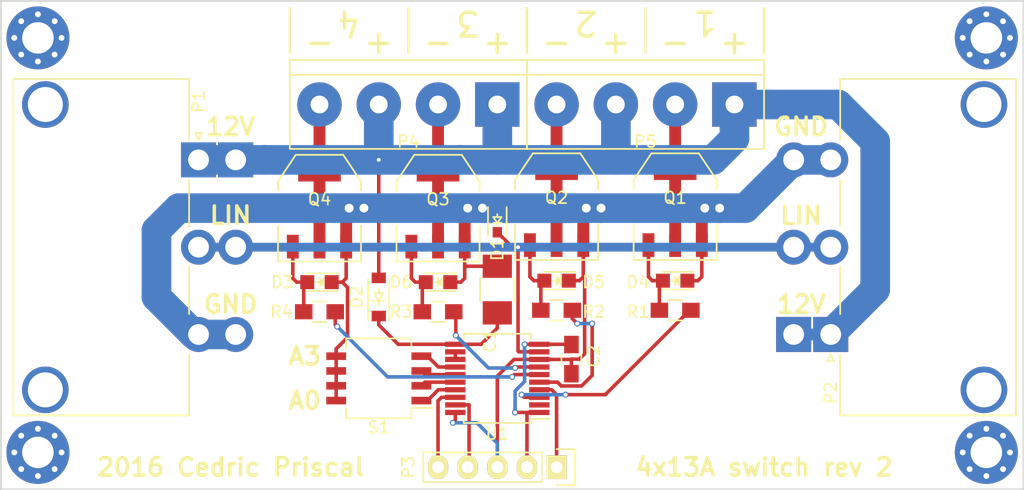
<source format=kicad_pcb>
(kicad_pcb (version 4) (host pcbnew 4.0.4+e1-6308~48~ubuntu16.04.1-stable)

  (general
    (links 67)
    (no_connects 0)
    (area 104.064999 48.819999 191.845001 90.880001)
    (thickness 1.6)
    (drawings 31)
    (tracks 226)
    (zones 0)
    (modules 27)
    (nets 26)
  )

  (page A4)
  (layers
    (0 F.Cu signal hide)
    (31 B.Cu signal hide)
    (32 B.Adhes user)
    (33 F.Adhes user)
    (34 B.Paste user)
    (35 F.Paste user)
    (36 B.SilkS user)
    (37 F.SilkS user)
    (38 B.Mask user)
    (39 F.Mask user)
    (40 Dwgs.User user)
    (41 Cmts.User user)
    (42 Eco1.User user)
    (43 Eco2.User user)
    (44 Edge.Cuts user)
    (45 Margin user)
    (46 B.CrtYd user)
    (47 F.CrtYd user)
    (48 B.Fab user)
    (49 F.Fab user)
  )

  (setup
    (last_trace_width 0.3048)
    (trace_clearance 0.1524)
    (zone_clearance 0.508)
    (zone_45_only no)
    (trace_min 0.1524)
    (segment_width 0.2)
    (edge_width 0.15)
    (via_size 0.508)
    (via_drill 0.3302)
    (via_min_size 0.508)
    (via_min_drill 0.3)
    (uvia_size 0.3)
    (uvia_drill 0.1)
    (uvias_allowed no)
    (uvia_min_size 0)
    (uvia_min_drill 0)
    (pcb_text_width 0.3)
    (pcb_text_size 1.5 1.5)
    (mod_edge_width 0.15)
    (mod_text_size 1 1)
    (mod_text_width 0.15)
    (pad_size 4.064 4.064)
    (pad_drill 2.159)
    (pad_to_mask_clearance 0.2)
    (aux_axis_origin 0 0)
    (grid_origin 146.685 57.785)
    (visible_elements FFFEEF7F)
    (pcbplotparams
      (layerselection 0x00030_80000001)
      (usegerberextensions false)
      (excludeedgelayer true)
      (linewidth 0.100000)
      (plotframeref false)
      (viasonmask false)
      (mode 1)
      (useauxorigin false)
      (hpglpennumber 1)
      (hpglpenspeed 20)
      (hpglpendiameter 15)
      (hpglpenoverlay 2)
      (psnegative false)
      (psa4output false)
      (plotreference true)
      (plotvalue true)
      (plotinvisibletext false)
      (padsonsilk false)
      (subtractmaskfromsilk false)
      (outputformat 1)
      (mirror false)
      (drillshape 0)
      (scaleselection 1)
      (outputdirectory ""))
  )

  (net 0 "")
  (net 1 +12V)
  (net 2 GND)
  (net 3 +5V)
  (net 4 //MCLR)
  (net 5 "Net-(U1-Pad12)")
  (net 6 /ICSPCLK)
  (net 7 /ICSPDAT)
  (net 8 /LBUS)
  (net 9 /OUT_1)
  (net 10 /OUT_2)
  (net 11 /OUT_3)
  (net 12 /OUT_4)
  (net 13 /12V_UNPROTECTED)
  (net 14 "Net-(D3-Pad2)")
  (net 15 "Net-(D4-Pad2)")
  (net 16 "Net-(D5-Pad2)")
  (net 17 "Net-(D6-Pad2)")
  (net 18 /CMD_1)
  (net 19 /CMD_2)
  (net 20 /CMD_3)
  (net 21 /CMD_4)
  (net 22 /A0)
  (net 23 /A1)
  (net 24 /A2)
  (net 25 /A3)

  (net_class Default "This is the default net class."
    (clearance 0.1524)
    (trace_width 0.3048)
    (via_dia 0.508)
    (via_drill 0.3302)
    (uvia_dia 0.3)
    (uvia_drill 0.1)
    (add_net +12V)
    (add_net +5V)
    (add_net //MCLR)
    (add_net /12V_UNPROTECTED)
    (add_net /A0)
    (add_net /A1)
    (add_net /A2)
    (add_net /A3)
    (add_net /CMD_1)
    (add_net /CMD_2)
    (add_net /CMD_3)
    (add_net /CMD_4)
    (add_net /ICSPCLK)
    (add_net /ICSPDAT)
    (add_net /LBUS)
    (add_net /OUT_1)
    (add_net /OUT_2)
    (add_net /OUT_3)
    (add_net /OUT_4)
    (add_net GND)
    (add_net "Net-(D3-Pad2)")
    (add_net "Net-(D4-Pad2)")
    (add_net "Net-(D5-Pad2)")
    (add_net "Net-(D6-Pad2)")
    (add_net "Net-(U1-Pad12)")
  )

  (module Mounting_Holes:MountingHole_2.7mm_Pad_Via (layer F.Cu) (tedit 5844A543) (tstamp 5844A971)
    (at 188.595 87.63)
    (descr "Mounting Hole 2.7mm")
    (tags "mounting hole 2.7mm")
    (fp_text reference REF** (at 0 -3.7) (layer F.SilkS) hide
      (effects (font (size 1 1) (thickness 0.15)))
    )
    (fp_text value MountingHole_2.7mm_Pad_Via (at 0 3.7) (layer F.Fab)
      (effects (font (size 1 1) (thickness 0.15)))
    )
    (fp_circle (center 0 0) (end 2.7 0) (layer Cmts.User) (width 0.15))
    (fp_circle (center 0 0) (end 2.95 0) (layer F.CrtYd) (width 0.05))
    (pad 1 thru_hole circle (at 0 0) (size 5.4 5.4) (drill 2.7) (layers *.Cu *.Mask))
    (pad "" thru_hole circle (at 2.025 0) (size 0.6 0.6) (drill 0.5) (layers *.Cu *.Mask))
    (pad "" thru_hole circle (at 1.431891 1.431891) (size 0.6 0.6) (drill 0.5) (layers *.Cu *.Mask))
    (pad "" thru_hole circle (at 0 2.025) (size 0.6 0.6) (drill 0.5) (layers *.Cu *.Mask))
    (pad "" thru_hole circle (at -1.431891 1.431891) (size 0.6 0.6) (drill 0.5) (layers *.Cu *.Mask))
    (pad "" thru_hole circle (at -2.025 0) (size 0.6 0.6) (drill 0.5) (layers *.Cu *.Mask))
    (pad "" thru_hole circle (at -1.431891 -1.431891) (size 0.6 0.6) (drill 0.5) (layers *.Cu *.Mask))
    (pad "" thru_hole circle (at 0 -2.025) (size 0.6 0.6) (drill 0.5) (layers *.Cu *.Mask))
    (pad "" thru_hole circle (at 1.431891 -1.431891) (size 0.6 0.6) (drill 0.5) (layers *.Cu *.Mask))
  )

  (module Mounting_Holes:MountingHole_2.7mm_Pad_Via (layer F.Cu) (tedit 5844A546) (tstamp 5844A943)
    (at 107.315 87.63)
    (descr "Mounting Hole 2.7mm")
    (tags "mounting hole 2.7mm")
    (fp_text reference REF** (at 0 -3.7) (layer F.SilkS) hide
      (effects (font (size 1 1) (thickness 0.15)))
    )
    (fp_text value MountingHole_2.7mm_Pad_Via (at 0 3.7) (layer F.Fab)
      (effects (font (size 1 1) (thickness 0.15)))
    )
    (fp_circle (center 0 0) (end 2.7 0) (layer Cmts.User) (width 0.15))
    (fp_circle (center 0 0) (end 2.95 0) (layer F.CrtYd) (width 0.05))
    (pad 1 thru_hole circle (at 0 0) (size 5.4 5.4) (drill 2.7) (layers *.Cu *.Mask))
    (pad "" thru_hole circle (at 2.025 0) (size 0.6 0.6) (drill 0.5) (layers *.Cu *.Mask))
    (pad "" thru_hole circle (at 1.431891 1.431891) (size 0.6 0.6) (drill 0.5) (layers *.Cu *.Mask))
    (pad "" thru_hole circle (at 0 2.025) (size 0.6 0.6) (drill 0.5) (layers *.Cu *.Mask))
    (pad "" thru_hole circle (at -1.431891 1.431891) (size 0.6 0.6) (drill 0.5) (layers *.Cu *.Mask))
    (pad "" thru_hole circle (at -2.025 0) (size 0.6 0.6) (drill 0.5) (layers *.Cu *.Mask))
    (pad "" thru_hole circle (at -1.431891 -1.431891) (size 0.6 0.6) (drill 0.5) (layers *.Cu *.Mask))
    (pad "" thru_hole circle (at 0 -2.025) (size 0.6 0.6) (drill 0.5) (layers *.Cu *.Mask))
    (pad "" thru_hole circle (at 1.431891 -1.431891) (size 0.6 0.6) (drill 0.5) (layers *.Cu *.Mask))
  )

  (module Mounting_Holes:MountingHole_2.7mm_Pad_Via (layer F.Cu) (tedit 5844A533) (tstamp 5844A91E)
    (at 188.595 52.07)
    (descr "Mounting Hole 2.7mm")
    (tags "mounting hole 2.7mm")
    (fp_text reference REF** (at 0 -3.7) (layer F.SilkS) hide
      (effects (font (size 1 1) (thickness 0.15)))
    )
    (fp_text value MountingHole_2.7mm_Pad_Via (at 0 3.7) (layer F.Fab)
      (effects (font (size 1 1) (thickness 0.15)))
    )
    (fp_circle (center 0 0) (end 2.7 0) (layer Cmts.User) (width 0.15))
    (fp_circle (center 0 0) (end 2.95 0) (layer F.CrtYd) (width 0.05))
    (pad 1 thru_hole circle (at 0 0) (size 5.4 5.4) (drill 2.7) (layers *.Cu *.Mask))
    (pad "" thru_hole circle (at 2.025 0) (size 0.6 0.6) (drill 0.5) (layers *.Cu *.Mask))
    (pad "" thru_hole circle (at 1.431891 1.431891) (size 0.6 0.6) (drill 0.5) (layers *.Cu *.Mask))
    (pad "" thru_hole circle (at 0 2.025) (size 0.6 0.6) (drill 0.5) (layers *.Cu *.Mask))
    (pad "" thru_hole circle (at -1.431891 1.431891) (size 0.6 0.6) (drill 0.5) (layers *.Cu *.Mask))
    (pad "" thru_hole circle (at -2.025 0) (size 0.6 0.6) (drill 0.5) (layers *.Cu *.Mask))
    (pad "" thru_hole circle (at -1.431891 -1.431891) (size 0.6 0.6) (drill 0.5) (layers *.Cu *.Mask))
    (pad "" thru_hole circle (at 0 -2.025) (size 0.6 0.6) (drill 0.5) (layers *.Cu *.Mask))
    (pad "" thru_hole circle (at 1.431891 -1.431891) (size 0.6 0.6) (drill 0.5) (layers *.Cu *.Mask))
  )

  (module TO_SOT_Packages_SMD:SOT-223 (layer F.Cu) (tedit 0) (tstamp 57FC71BE)
    (at 151.765 66.548)
    (descr "module CMS SOT223 4 pins")
    (tags "CMS SOT")
    (path /57FC7611)
    (attr smd)
    (fp_text reference Q2 (at 0 -0.762) (layer F.SilkS)
      (effects (font (size 1 1) (thickness 0.15)))
    )
    (fp_text value Q_NMOS_GDSD (at 0 0.762) (layer F.Fab)
      (effects (font (size 1 1) (thickness 0.15)))
    )
    (fp_line (start -3.556 1.524) (end -3.556 4.572) (layer F.SilkS) (width 0.15))
    (fp_line (start -3.556 4.572) (end 3.556 4.572) (layer F.SilkS) (width 0.15))
    (fp_line (start 3.556 4.572) (end 3.556 1.524) (layer F.SilkS) (width 0.15))
    (fp_line (start -3.556 -1.524) (end -3.556 -2.286) (layer F.SilkS) (width 0.15))
    (fp_line (start -3.556 -2.286) (end -2.032 -4.572) (layer F.SilkS) (width 0.15))
    (fp_line (start -2.032 -4.572) (end 2.032 -4.572) (layer F.SilkS) (width 0.15))
    (fp_line (start 2.032 -4.572) (end 3.556 -2.286) (layer F.SilkS) (width 0.15))
    (fp_line (start 3.556 -2.286) (end 3.556 -1.524) (layer F.SilkS) (width 0.15))
    (pad 4 smd rect (at 0 -3.302) (size 3.6576 2.032) (layers F.Cu F.Paste F.Mask)
      (net 10 /OUT_2))
    (pad 2 smd rect (at 0 3.302) (size 1.016 2.032) (layers F.Cu F.Paste F.Mask)
      (net 10 /OUT_2))
    (pad 3 smd rect (at 2.286 3.302) (size 1.016 2.032) (layers F.Cu F.Paste F.Mask)
      (net 2 GND))
    (pad 1 smd rect (at -2.286 3.302) (size 1.016 2.032) (layers F.Cu F.Paste F.Mask)
      (net 16 "Net-(D5-Pad2)"))
    (model TO_SOT_Packages_SMD.3dshapes/SOT-223.wrl
      (at (xyz 0 0 0))
      (scale (xyz 0.4 0.4 0.4))
      (rotate (xyz 0 0 0))
    )
  )

  (module Capacitors_SMD:C_0805_HandSoldering (layer F.Cu) (tedit 541A9B8D) (tstamp 57DF6E5D)
    (at 153.035 79.629 270)
    (descr "Capacitor SMD 0805, hand soldering")
    (tags "capacitor 0805")
    (path /57DF7684)
    (attr smd)
    (fp_text reference C2 (at -0.254 -1.905 270) (layer F.SilkS)
      (effects (font (size 1 1) (thickness 0.15)))
    )
    (fp_text value 1uF (at 0 2.1 270) (layer F.Fab)
      (effects (font (size 1 1) (thickness 0.15)))
    )
    (fp_line (start -2.3 -1) (end 2.3 -1) (layer F.CrtYd) (width 0.05))
    (fp_line (start -2.3 1) (end 2.3 1) (layer F.CrtYd) (width 0.05))
    (fp_line (start -2.3 -1) (end -2.3 1) (layer F.CrtYd) (width 0.05))
    (fp_line (start 2.3 -1) (end 2.3 1) (layer F.CrtYd) (width 0.05))
    (fp_line (start 0.5 -0.85) (end -0.5 -0.85) (layer F.SilkS) (width 0.15))
    (fp_line (start -0.5 0.85) (end 0.5 0.85) (layer F.SilkS) (width 0.15))
    (pad 1 smd rect (at -1.25 0 270) (size 1.5 1.25) (layers F.Cu F.Paste F.Mask)
      (net 3 +5V))
    (pad 2 smd rect (at 1.25 0 270) (size 1.5 1.25) (layers F.Cu F.Paste F.Mask)
      (net 2 GND))
    (model Capacitors_SMD.3dshapes/C_0805_HandSoldering.wrl
      (at (xyz 0 0 0))
      (scale (xyz 1 1 1))
      (rotate (xyz 0 0 0))
    )
  )

  (module conn_ribbon:SOD-323_HandSoldering (layer F.Cu) (tedit 57E36C55) (tstamp 57E36E78)
    (at 146.685 67.691 90)
    (descr SOD-323)
    (tags SOD-323)
    (path /57DF7687)
    (attr smd)
    (fp_text reference D1 (at -2.54 0 90) (layer F.SilkS)
      (effects (font (size 1 1) (thickness 0.15)))
    )
    (fp_text value RSB36V (at 0.1 1.9 90) (layer F.Fab)
      (effects (font (size 1 1) (thickness 0.15)))
    )
    (fp_line (start 0.25 0) (end 0.5 0) (layer F.SilkS) (width 0.15))
    (fp_line (start -0.25 0) (end -0.5 0) (layer F.SilkS) (width 0.15))
    (fp_line (start -0.25 0) (end 0.25 -0.35) (layer F.SilkS) (width 0.15))
    (fp_line (start 0.25 -0.35) (end 0.25 0.35) (layer F.SilkS) (width 0.15))
    (fp_line (start 0.25 0.35) (end -0.25 0) (layer F.SilkS) (width 0.15))
    (fp_line (start -0.25 -0.35) (end -0.25 0.35) (layer F.SilkS) (width 0.15))
    (fp_line (start -1.5 -0.95) (end 1.5 -0.95) (layer F.CrtYd) (width 0.05))
    (fp_line (start 1.5 -0.95) (end 1.5 0.95) (layer F.CrtYd) (width 0.05))
    (fp_line (start -1.5 0.95) (end 1.5 0.95) (layer F.CrtYd) (width 0.05))
    (fp_line (start -1.5 -0.95) (end -1.5 0.95) (layer F.CrtYd) (width 0.05))
    (fp_line (start -1.3 0.8) (end 1.1 0.8) (layer F.SilkS) (width 0.15))
    (fp_line (start -1.3 -0.8) (end 1.1 -0.8) (layer F.SilkS) (width 0.15))
    (pad 1 smd rect (at -1.055 0 90) (size 0.9 0.8) (layers F.Cu F.Paste F.Mask)
      (net 8 /LBUS))
    (pad 2 smd rect (at 1.055 0 90) (size 0.9 0.8) (layers F.Cu F.Paste F.Mask)
      (net 2 GND))
    (model Diodes_SMD.3dshapes/SOD-323.wrl
      (at (xyz 0 0 0))
      (scale (xyz 1 1 1))
      (rotate (xyz 0 0 180))
    )
    (model /home/cpriscal/Projets/lin_modules/13a_switch/sod323.wrl
      (at (xyz 0 0 0))
      (scale (xyz 1 1 1))
      (rotate (xyz 0 0 180))
    )
  )

  (module Capacitors_SMD:C_1210_HandSoldering (layer F.Cu) (tedit 541A9C39) (tstamp 57DF6E51)
    (at 146.685 73.66 90)
    (descr "Capacitor SMD 1210, hand soldering")
    (tags "capacitor 1210")
    (path /57DF7685)
    (attr smd)
    (fp_text reference C1 (at -4.445 -0.635 90) (layer F.SilkS)
      (effects (font (size 1 1) (thickness 0.15)))
    )
    (fp_text value 10uF (at 0 2.7 90) (layer F.Fab)
      (effects (font (size 1 1) (thickness 0.15)))
    )
    (fp_line (start -3.3 -1.6) (end 3.3 -1.6) (layer F.CrtYd) (width 0.05))
    (fp_line (start -3.3 1.6) (end 3.3 1.6) (layer F.CrtYd) (width 0.05))
    (fp_line (start -3.3 -1.6) (end -3.3 1.6) (layer F.CrtYd) (width 0.05))
    (fp_line (start 3.3 -1.6) (end 3.3 1.6) (layer F.CrtYd) (width 0.05))
    (fp_line (start 1 -1.475) (end -1 -1.475) (layer F.SilkS) (width 0.15))
    (fp_line (start -1 1.475) (end 1 1.475) (layer F.SilkS) (width 0.15))
    (pad 1 smd rect (at -2 0 90) (size 2 2.5) (layers F.Cu F.Paste F.Mask)
      (net 1 +12V))
    (pad 2 smd rect (at 2 0 90) (size 2 2.5) (layers F.Cu F.Paste F.Mask)
      (net 2 GND))
    (model Capacitors_SMD.3dshapes/C_1210_HandSoldering.wrl
      (at (xyz 0 0 0))
      (scale (xyz 1 1 1))
      (rotate (xyz 0 0 0))
    )
  )

  (module Diodes_SMD:SOD-123 (layer F.Cu) (tedit 5530FCB9) (tstamp 57DF6E81)
    (at 136.525 74.295 90)
    (descr SOD-123)
    (tags SOD-123)
    (path /57DF7688)
    (attr smd)
    (fp_text reference D2 (at 0 -1.905 90) (layer F.SilkS)
      (effects (font (size 1 1) (thickness 0.15)))
    )
    (fp_text value 1N4148W-7-F (at 0 2.1 90) (layer F.Fab)
      (effects (font (size 1 1) (thickness 0.15)))
    )
    (fp_line (start 0.3175 0) (end 0.6985 0) (layer F.SilkS) (width 0.15))
    (fp_line (start -0.6985 0) (end -0.3175 0) (layer F.SilkS) (width 0.15))
    (fp_line (start -0.3175 0) (end 0.3175 -0.381) (layer F.SilkS) (width 0.15))
    (fp_line (start 0.3175 -0.381) (end 0.3175 0.381) (layer F.SilkS) (width 0.15))
    (fp_line (start 0.3175 0.381) (end -0.3175 0) (layer F.SilkS) (width 0.15))
    (fp_line (start -0.3175 -0.508) (end -0.3175 0.508) (layer F.SilkS) (width 0.15))
    (fp_line (start -2.25 -1.05) (end 2.25 -1.05) (layer F.CrtYd) (width 0.05))
    (fp_line (start 2.25 -1.05) (end 2.25 1.05) (layer F.CrtYd) (width 0.05))
    (fp_line (start 2.25 1.05) (end -2.25 1.05) (layer F.CrtYd) (width 0.05))
    (fp_line (start -2.25 -1.05) (end -2.25 1.05) (layer F.CrtYd) (width 0.05))
    (fp_line (start -2 0.9) (end 1.54 0.9) (layer F.SilkS) (width 0.15))
    (fp_line (start -2 -0.9) (end 1.54 -0.9) (layer F.SilkS) (width 0.15))
    (pad 1 smd rect (at -1.635 0 90) (size 0.91 1.22) (layers F.Cu F.Paste F.Mask)
      (net 1 +12V))
    (pad 2 smd rect (at 1.635 0 90) (size 0.91 1.22) (layers F.Cu F.Paste F.Mask)
      (net 13 /12V_UNPROTECTED))
    (model /home/cpriscal/Projets/lin_modules/13a_switch/sod-123.wrl
      (at (xyz 0 0 0))
      (scale (xyz 1 1 1))
      (rotate (xyz 0 0 180))
    )
  )

  (module TO_SOT_Packages_SMD:SOT-223 (layer F.Cu) (tedit 0) (tstamp 57FC71DE)
    (at 131.445 66.675)
    (descr "module CMS SOT223 4 pins")
    (tags "CMS SOT")
    (path /57FC798C)
    (attr smd)
    (fp_text reference Q4 (at 0 -0.762) (layer F.SilkS)
      (effects (font (size 1 1) (thickness 0.15)))
    )
    (fp_text value Q_NMOS_GDSD (at 0 0.762) (layer F.Fab)
      (effects (font (size 1 1) (thickness 0.15)))
    )
    (fp_line (start -3.556 1.524) (end -3.556 4.572) (layer F.SilkS) (width 0.15))
    (fp_line (start -3.556 4.572) (end 3.556 4.572) (layer F.SilkS) (width 0.15))
    (fp_line (start 3.556 4.572) (end 3.556 1.524) (layer F.SilkS) (width 0.15))
    (fp_line (start -3.556 -1.524) (end -3.556 -2.286) (layer F.SilkS) (width 0.15))
    (fp_line (start -3.556 -2.286) (end -2.032 -4.572) (layer F.SilkS) (width 0.15))
    (fp_line (start -2.032 -4.572) (end 2.032 -4.572) (layer F.SilkS) (width 0.15))
    (fp_line (start 2.032 -4.572) (end 3.556 -2.286) (layer F.SilkS) (width 0.15))
    (fp_line (start 3.556 -2.286) (end 3.556 -1.524) (layer F.SilkS) (width 0.15))
    (pad 4 smd rect (at 0 -3.302) (size 3.6576 2.032) (layers F.Cu F.Paste F.Mask)
      (net 12 /OUT_4))
    (pad 2 smd rect (at 0 3.302) (size 1.016 2.032) (layers F.Cu F.Paste F.Mask)
      (net 12 /OUT_4))
    (pad 3 smd rect (at 2.286 3.302) (size 1.016 2.032) (layers F.Cu F.Paste F.Mask)
      (net 2 GND))
    (pad 1 smd rect (at -2.286 3.302) (size 1.016 2.032) (layers F.Cu F.Paste F.Mask)
      (net 14 "Net-(D3-Pad2)"))
    (model TO_SOT_Packages_SMD.3dshapes/SOT-223.wrl
      (at (xyz 0 0 0))
      (scale (xyz 0.4 0.4 0.4))
      (rotate (xyz 0 0 0))
    )
  )

  (module TO_SOT_Packages_SMD:SOT-223 (layer F.Cu) (tedit 0) (tstamp 57DF6E91)
    (at 161.925 66.548)
    (descr "module CMS SOT223 4 pins")
    (tags "CMS SOT")
    (path /57DF7C1E)
    (attr smd)
    (fp_text reference Q1 (at 0 -0.762) (layer F.SilkS)
      (effects (font (size 1 1) (thickness 0.15)))
    )
    (fp_text value Q_NMOS_GDSD (at 0 0.762) (layer F.Fab)
      (effects (font (size 1 1) (thickness 0.15)))
    )
    (fp_line (start -3.556 1.524) (end -3.556 4.572) (layer F.SilkS) (width 0.15))
    (fp_line (start -3.556 4.572) (end 3.556 4.572) (layer F.SilkS) (width 0.15))
    (fp_line (start 3.556 4.572) (end 3.556 1.524) (layer F.SilkS) (width 0.15))
    (fp_line (start -3.556 -1.524) (end -3.556 -2.286) (layer F.SilkS) (width 0.15))
    (fp_line (start -3.556 -2.286) (end -2.032 -4.572) (layer F.SilkS) (width 0.15))
    (fp_line (start -2.032 -4.572) (end 2.032 -4.572) (layer F.SilkS) (width 0.15))
    (fp_line (start 2.032 -4.572) (end 3.556 -2.286) (layer F.SilkS) (width 0.15))
    (fp_line (start 3.556 -2.286) (end 3.556 -1.524) (layer F.SilkS) (width 0.15))
    (pad 4 smd rect (at 0 -3.302) (size 3.6576 2.032) (layers F.Cu F.Paste F.Mask)
      (net 9 /OUT_1))
    (pad 2 smd rect (at 0 3.302) (size 1.016 2.032) (layers F.Cu F.Paste F.Mask)
      (net 9 /OUT_1))
    (pad 3 smd rect (at 2.286 3.302) (size 1.016 2.032) (layers F.Cu F.Paste F.Mask)
      (net 2 GND))
    (pad 1 smd rect (at -2.286 3.302) (size 1.016 2.032) (layers F.Cu F.Paste F.Mask)
      (net 15 "Net-(D4-Pad2)"))
    (model TO_SOT_Packages_SMD.3dshapes/SOT-223.wrl
      (at (xyz 0 0 0))
      (scale (xyz 0.4 0.4 0.4))
      (rotate (xyz 0 0 0))
    )
  )

  (module Resistors_SMD:R_0805_HandSoldering (layer F.Cu) (tedit 54189DEE) (tstamp 57E362DB)
    (at 151.765 75.438)
    (descr "Resistor SMD 0805, hand soldering")
    (tags "resistor 0805")
    (path /584289A7)
    (attr smd)
    (fp_text reference R2 (at 3.175 0.127) (layer F.SilkS)
      (effects (font (size 1 1) (thickness 0.15)))
    )
    (fp_text value 150 (at 0 2.1) (layer F.Fab)
      (effects (font (size 1 1) (thickness 0.15)))
    )
    (fp_line (start -2.4 -1) (end 2.4 -1) (layer F.CrtYd) (width 0.05))
    (fp_line (start -2.4 1) (end 2.4 1) (layer F.CrtYd) (width 0.05))
    (fp_line (start -2.4 -1) (end -2.4 1) (layer F.CrtYd) (width 0.05))
    (fp_line (start 2.4 -1) (end 2.4 1) (layer F.CrtYd) (width 0.05))
    (fp_line (start 0.6 0.875) (end -0.6 0.875) (layer F.SilkS) (width 0.15))
    (fp_line (start -0.6 -0.875) (end 0.6 -0.875) (layer F.SilkS) (width 0.15))
    (pad 1 smd rect (at -1.35 0) (size 1.5 1.3) (layers F.Cu F.Paste F.Mask)
      (net 16 "Net-(D5-Pad2)"))
    (pad 2 smd rect (at 1.35 0) (size 1.5 1.3) (layers F.Cu F.Paste F.Mask)
      (net 19 /CMD_2))
    (model Resistors_SMD.3dshapes/R_0805_HandSoldering.wrl
      (at (xyz 0 0 0))
      (scale (xyz 1 1 1))
      (rotate (xyz 0 0 0))
    )
  )

  (module Resistors_SMD:R_0805_HandSoldering (layer F.Cu) (tedit 54189DEE) (tstamp 57E36424)
    (at 161.925 75.438)
    (descr "Resistor SMD 0805, hand soldering")
    (tags "resistor 0805")
    (path /58428BB2)
    (attr smd)
    (fp_text reference R1 (at -3.175 0.127) (layer F.SilkS)
      (effects (font (size 1 1) (thickness 0.15)))
    )
    (fp_text value 150 (at 0 2.1) (layer F.Fab)
      (effects (font (size 1 1) (thickness 0.15)))
    )
    (fp_line (start -2.4 -1) (end 2.4 -1) (layer F.CrtYd) (width 0.05))
    (fp_line (start -2.4 1) (end 2.4 1) (layer F.CrtYd) (width 0.05))
    (fp_line (start -2.4 -1) (end -2.4 1) (layer F.CrtYd) (width 0.05))
    (fp_line (start 2.4 -1) (end 2.4 1) (layer F.CrtYd) (width 0.05))
    (fp_line (start 0.6 0.875) (end -0.6 0.875) (layer F.SilkS) (width 0.15))
    (fp_line (start -0.6 -0.875) (end 0.6 -0.875) (layer F.SilkS) (width 0.15))
    (pad 1 smd rect (at -1.35 0) (size 1.5 1.3) (layers F.Cu F.Paste F.Mask)
      (net 15 "Net-(D4-Pad2)"))
    (pad 2 smd rect (at 1.35 0) (size 1.5 1.3) (layers F.Cu F.Paste F.Mask)
      (net 18 /CMD_1))
    (model Resistors_SMD.3dshapes/R_0805_HandSoldering.wrl
      (at (xyz 0 0 0))
      (scale (xyz 1 1 1))
      (rotate (xyz 0 0 0))
    )
  )

  (module TO_SOT_Packages_SMD:SOT-223 (layer F.Cu) (tedit 0) (tstamp 57FC71CE)
    (at 141.605 66.675)
    (descr "module CMS SOT223 4 pins")
    (tags "CMS SOT")
    (path /57FC7891)
    (attr smd)
    (fp_text reference Q3 (at 0 -0.762) (layer F.SilkS)
      (effects (font (size 1 1) (thickness 0.15)))
    )
    (fp_text value Q_NMOS_GDSD (at 0 0.762) (layer F.Fab)
      (effects (font (size 1 1) (thickness 0.15)))
    )
    (fp_line (start -3.556 1.524) (end -3.556 4.572) (layer F.SilkS) (width 0.15))
    (fp_line (start -3.556 4.572) (end 3.556 4.572) (layer F.SilkS) (width 0.15))
    (fp_line (start 3.556 4.572) (end 3.556 1.524) (layer F.SilkS) (width 0.15))
    (fp_line (start -3.556 -1.524) (end -3.556 -2.286) (layer F.SilkS) (width 0.15))
    (fp_line (start -3.556 -2.286) (end -2.032 -4.572) (layer F.SilkS) (width 0.15))
    (fp_line (start -2.032 -4.572) (end 2.032 -4.572) (layer F.SilkS) (width 0.15))
    (fp_line (start 2.032 -4.572) (end 3.556 -2.286) (layer F.SilkS) (width 0.15))
    (fp_line (start 3.556 -2.286) (end 3.556 -1.524) (layer F.SilkS) (width 0.15))
    (pad 4 smd rect (at 0 -3.302) (size 3.6576 2.032) (layers F.Cu F.Paste F.Mask)
      (net 11 /OUT_3))
    (pad 2 smd rect (at 0 3.302) (size 1.016 2.032) (layers F.Cu F.Paste F.Mask)
      (net 11 /OUT_3))
    (pad 3 smd rect (at 2.286 3.302) (size 1.016 2.032) (layers F.Cu F.Paste F.Mask)
      (net 2 GND))
    (pad 1 smd rect (at -2.286 3.302) (size 1.016 2.032) (layers F.Cu F.Paste F.Mask)
      (net 17 "Net-(D6-Pad2)"))
    (model TO_SOT_Packages_SMD.3dshapes/SOT-223.wrl
      (at (xyz 0 0 0))
      (scale (xyz 0.4 0.4 0.4))
      (rotate (xyz 0 0 0))
    )
  )

  (module Resistors_SMD:R_0805_HandSoldering (layer F.Cu) (tedit 54189DEE) (tstamp 57FC71EA)
    (at 141.605 75.565)
    (descr "Resistor SMD 0805, hand soldering")
    (tags "resistor 0805")
    (path /58428698)
    (attr smd)
    (fp_text reference R3 (at -3.175 0) (layer F.SilkS)
      (effects (font (size 1 1) (thickness 0.15)))
    )
    (fp_text value 150 (at 0 2.1) (layer F.Fab)
      (effects (font (size 1 1) (thickness 0.15)))
    )
    (fp_line (start -2.4 -1) (end 2.4 -1) (layer F.CrtYd) (width 0.05))
    (fp_line (start -2.4 1) (end 2.4 1) (layer F.CrtYd) (width 0.05))
    (fp_line (start -2.4 -1) (end -2.4 1) (layer F.CrtYd) (width 0.05))
    (fp_line (start 2.4 -1) (end 2.4 1) (layer F.CrtYd) (width 0.05))
    (fp_line (start 0.6 0.875) (end -0.6 0.875) (layer F.SilkS) (width 0.15))
    (fp_line (start -0.6 -0.875) (end 0.6 -0.875) (layer F.SilkS) (width 0.15))
    (pad 1 smd rect (at -1.35 0) (size 1.5 1.3) (layers F.Cu F.Paste F.Mask)
      (net 17 "Net-(D6-Pad2)"))
    (pad 2 smd rect (at 1.35 0) (size 1.5 1.3) (layers F.Cu F.Paste F.Mask)
      (net 20 /CMD_3))
    (model Resistors_SMD.3dshapes/R_0805_HandSoldering.wrl
      (at (xyz 0 0 0))
      (scale (xyz 1 1 1))
      (rotate (xyz 0 0 0))
    )
  )

  (module Resistors_SMD:R_0805_HandSoldering (layer F.Cu) (tedit 54189DEE) (tstamp 57FC71F6)
    (at 131.445 75.565)
    (descr "Resistor SMD 0805, hand soldering")
    (tags "resistor 0805")
    (path /57FC799F)
    (attr smd)
    (fp_text reference R4 (at -3.255 0) (layer F.SilkS)
      (effects (font (size 1 1) (thickness 0.15)))
    )
    (fp_text value 150 (at 0 2.1) (layer F.Fab)
      (effects (font (size 1 1) (thickness 0.15)))
    )
    (fp_line (start -2.4 -1) (end 2.4 -1) (layer F.CrtYd) (width 0.05))
    (fp_line (start -2.4 1) (end 2.4 1) (layer F.CrtYd) (width 0.05))
    (fp_line (start -2.4 -1) (end -2.4 1) (layer F.CrtYd) (width 0.05))
    (fp_line (start 2.4 -1) (end 2.4 1) (layer F.CrtYd) (width 0.05))
    (fp_line (start 0.6 0.875) (end -0.6 0.875) (layer F.SilkS) (width 0.15))
    (fp_line (start -0.6 -0.875) (end 0.6 -0.875) (layer F.SilkS) (width 0.15))
    (pad 1 smd rect (at -1.35 0) (size 1.5 1.3) (layers F.Cu F.Paste F.Mask)
      (net 14 "Net-(D3-Pad2)"))
    (pad 2 smd rect (at 1.35 0) (size 1.5 1.3) (layers F.Cu F.Paste F.Mask)
      (net 21 /CMD_4))
    (model Resistors_SMD.3dshapes/R_0805_HandSoldering.wrl
      (at (xyz 0 0 0))
      (scale (xyz 1 1 1))
      (rotate (xyz 0 0 0))
    )
  )

  (module Pin_Headers:Pin_Header_Straight_1x05 (layer F.Cu) (tedit 54EA0684) (tstamp 57FC8757)
    (at 151.765 88.9 270)
    (descr "Through hole pin header")
    (tags "pin header")
    (path /57E0B1D0)
    (fp_text reference P3 (at 0 12.7 270) (layer F.SilkS)
      (effects (font (size 1 1) (thickness 0.15)))
    )
    (fp_text value MOLEX-22-28-6050 (at 0 -3.1 270) (layer F.Fab)
      (effects (font (size 1 1) (thickness 0.15)))
    )
    (fp_line (start -1.55 0) (end -1.55 -1.55) (layer F.SilkS) (width 0.15))
    (fp_line (start -1.55 -1.55) (end 1.55 -1.55) (layer F.SilkS) (width 0.15))
    (fp_line (start 1.55 -1.55) (end 1.55 0) (layer F.SilkS) (width 0.15))
    (fp_line (start -1.75 -1.75) (end -1.75 11.95) (layer F.CrtYd) (width 0.05))
    (fp_line (start 1.75 -1.75) (end 1.75 11.95) (layer F.CrtYd) (width 0.05))
    (fp_line (start -1.75 -1.75) (end 1.75 -1.75) (layer F.CrtYd) (width 0.05))
    (fp_line (start -1.75 11.95) (end 1.75 11.95) (layer F.CrtYd) (width 0.05))
    (fp_line (start 1.27 1.27) (end 1.27 11.43) (layer F.SilkS) (width 0.15))
    (fp_line (start 1.27 11.43) (end -1.27 11.43) (layer F.SilkS) (width 0.15))
    (fp_line (start -1.27 11.43) (end -1.27 1.27) (layer F.SilkS) (width 0.15))
    (fp_line (start 1.27 1.27) (end -1.27 1.27) (layer F.SilkS) (width 0.15))
    (pad 1 thru_hole rect (at 0 0 270) (size 2.032 1.7272) (drill 1.016) (layers *.Cu *.Mask F.SilkS)
      (net 4 //MCLR))
    (pad 2 thru_hole oval (at 0 2.54 270) (size 2.032 1.7272) (drill 1.016) (layers *.Cu *.Mask F.SilkS)
      (net 3 +5V))
    (pad 3 thru_hole oval (at 0 5.08 270) (size 2.032 1.7272) (drill 1.016) (layers *.Cu *.Mask F.SilkS)
      (net 2 GND))
    (pad 4 thru_hole oval (at 0 7.62 270) (size 2.032 1.7272) (drill 1.016) (layers *.Cu *.Mask F.SilkS)
      (net 7 /ICSPDAT))
    (pad 5 thru_hole oval (at 0 10.16 270) (size 2.032 1.7272) (drill 1.016) (layers *.Cu *.Mask F.SilkS)
      (net 6 /ICSPCLK))
    (model /home/cpriscal/Projets/lin_modules/common/3d/molex-22-28-6050.wrl
      (at (xyz 0 0 0))
      (scale (xyz -1 1 1))
      (rotate (xyz 0 0 0))
    )
  )

  (module Housings_SSOP:SSOP-20_5.3x7.2mm_Pitch0.65mm (layer F.Cu) (tedit 54130A77) (tstamp 57FD9FDB)
    (at 146.685 81.28 180)
    (descr "20-Lead Plastic Shrink Small Outline (SS)-5.30 mm Body [SSOP] (see Microchip Packaging Specification 00000049BS.pdf)")
    (tags "SSOP 0.65")
    (path /57DF7683)
    (attr smd)
    (fp_text reference U1 (at 0 -4.75 180) (layer F.SilkS)
      (effects (font (size 1 1) (thickness 0.15)))
    )
    (fp_text value PIC16F1829LIN (at 0 4.75 180) (layer F.Fab)
      (effects (font (size 1 1) (thickness 0.15)))
    )
    (fp_line (start -1.65 -3.6) (end 2.65 -3.6) (layer F.Fab) (width 0.15))
    (fp_line (start 2.65 -3.6) (end 2.65 3.6) (layer F.Fab) (width 0.15))
    (fp_line (start 2.65 3.6) (end -2.65 3.6) (layer F.Fab) (width 0.15))
    (fp_line (start -2.65 3.6) (end -2.65 -2.6) (layer F.Fab) (width 0.15))
    (fp_line (start -2.65 -2.6) (end -1.65 -3.6) (layer F.Fab) (width 0.15))
    (fp_line (start -4.75 -4) (end -4.75 4) (layer F.CrtYd) (width 0.05))
    (fp_line (start 4.75 -4) (end 4.75 4) (layer F.CrtYd) (width 0.05))
    (fp_line (start -4.75 -4) (end 4.75 -4) (layer F.CrtYd) (width 0.05))
    (fp_line (start -4.75 4) (end 4.75 4) (layer F.CrtYd) (width 0.05))
    (fp_line (start -2.875 -3.825) (end -2.875 -3.475) (layer F.SilkS) (width 0.15))
    (fp_line (start 2.875 -3.825) (end 2.875 -3.375) (layer F.SilkS) (width 0.15))
    (fp_line (start 2.875 3.825) (end 2.875 3.375) (layer F.SilkS) (width 0.15))
    (fp_line (start -2.875 3.825) (end -2.875 3.375) (layer F.SilkS) (width 0.15))
    (fp_line (start -2.875 -3.825) (end 2.875 -3.825) (layer F.SilkS) (width 0.15))
    (fp_line (start -2.875 3.825) (end 2.875 3.825) (layer F.SilkS) (width 0.15))
    (fp_line (start -2.875 -3.475) (end -4.475 -3.475) (layer F.SilkS) (width 0.15))
    (pad 1 smd rect (at -3.6 -2.925 180) (size 1.75 0.45) (layers F.Cu F.Paste F.Mask)
      (net 3 +5V))
    (pad 2 smd rect (at -3.6 -2.275 180) (size 1.75 0.45) (layers F.Cu F.Paste F.Mask))
    (pad 3 smd rect (at -3.6 -1.625 180) (size 1.75 0.45) (layers F.Cu F.Paste F.Mask)
      (net 18 /CMD_1))
    (pad 4 smd rect (at -3.6 -0.975 180) (size 1.75 0.45) (layers F.Cu F.Paste F.Mask)
      (net 4 //MCLR))
    (pad 5 smd rect (at -3.6 -0.325 180) (size 1.75 0.45) (layers F.Cu F.Paste F.Mask)
      (net 19 /CMD_2))
    (pad 6 smd rect (at -3.6 0.325 180) (size 1.75 0.45) (layers F.Cu F.Paste F.Mask)
      (net 21 /CMD_4))
    (pad 7 smd rect (at -3.6 0.975 180) (size 1.75 0.45) (layers F.Cu F.Paste F.Mask)
      (net 20 /CMD_3))
    (pad 8 smd rect (at -3.6 1.625 180) (size 1.75 0.45) (layers F.Cu F.Paste F.Mask)
      (net 2 GND))
    (pad 9 smd rect (at -3.6 2.275 180) (size 1.75 0.45) (layers F.Cu F.Paste F.Mask)
      (net 8 /LBUS))
    (pad 10 smd rect (at -3.6 2.925 180) (size 1.75 0.45) (layers F.Cu F.Paste F.Mask)
      (net 3 +5V))
    (pad 11 smd rect (at 3.6 2.925 180) (size 1.75 0.45) (layers F.Cu F.Paste F.Mask)
      (net 1 +12V))
    (pad 12 smd rect (at 3.6 2.275 180) (size 1.75 0.45) (layers F.Cu F.Paste F.Mask)
      (net 5 "Net-(U1-Pad12)"))
    (pad 13 smd rect (at 3.6 1.625 180) (size 1.75 0.45) (layers F.Cu F.Paste F.Mask)
      (net 5 "Net-(U1-Pad12)"))
    (pad 14 smd rect (at 3.6 0.975 180) (size 1.75 0.45) (layers F.Cu F.Paste F.Mask)
      (net 25 /A3))
    (pad 15 smd rect (at 3.6 0.325 180) (size 1.75 0.45) (layers F.Cu F.Paste F.Mask)
      (net 24 /A2))
    (pad 16 smd rect (at 3.6 -0.325 180) (size 1.75 0.45) (layers F.Cu F.Paste F.Mask)
      (net 23 /A1))
    (pad 17 smd rect (at 3.6 -0.975 180) (size 1.75 0.45) (layers F.Cu F.Paste F.Mask)
      (net 22 /A0))
    (pad 18 smd rect (at 3.6 -1.625 180) (size 1.75 0.45) (layers F.Cu F.Paste F.Mask)
      (net 6 /ICSPCLK))
    (pad 19 smd rect (at 3.6 -2.275 180) (size 1.75 0.45) (layers F.Cu F.Paste F.Mask)
      (net 7 /ICSPDAT))
    (pad 20 smd rect (at 3.6 -2.925 180) (size 1.75 0.45) (layers F.Cu F.Paste F.Mask)
      (net 2 GND))
    (model Housings_SSOP.3dshapes/SSOP-20_5.3x7.2mm_Pitch0.65mm.wrl
      (at (xyz 0 0 0))
      (scale (xyz 1 1 1))
      (rotate (xyz 0 0 0))
    )
  )

  (module Connectors_Molex:Molex_Sabre_43160-XX03_03x7.49mm_Angled_BoardLock (layer F.Cu) (tedit 5794C14F) (tstamp 5841144C)
    (at 121.08 62.535 270)
    (descr "Sabre™ Right Angle Header, 43160-XX03, http://www.molex.com/pdm_docs/sd/431601102_sd.pdf")
    (tags "connector molex sabre 43160")
    (path /584117F6)
    (fp_text reference P1 (at -5 0 270) (layer F.SilkS)
      (effects (font (size 1 1) (thickness 0.15)))
    )
    (fp_text value MOLEX-0431603103 (at 7.49 17.5 270) (layer F.Fab)
      (effects (font (size 1 1) (thickness 0.15)))
    )
    (fp_line (start -1.7 0) (end -2.3 0.3) (layer F.SilkS) (width 0.15))
    (fp_line (start -2.3 0.3) (end -2.3 -0.3) (layer F.SilkS) (width 0.15))
    (fp_line (start -2.3 -0.3) (end -1.7 0) (layer F.SilkS) (width 0.15))
    (fp_line (start -6.94 0.81) (end -6.94 15.87) (layer F.SilkS) (width 0.15))
    (fp_line (start -6.94 15.87) (end 21.92 15.87) (layer F.SilkS) (width 0.15))
    (fp_line (start 21.92 15.87) (end 21.92 0.81) (layer F.SilkS) (width 0.15))
    (fp_line (start -6.94 0.81) (end -1.75 0.81) (layer F.SilkS) (width 0.15))
    (fp_line (start 1.75 0.81) (end 5.74 0.81) (layer F.SilkS) (width 0.15))
    (fp_line (start 9.24 0.81) (end 13.23 0.81) (layer F.SilkS) (width 0.15))
    (fp_line (start 16.73 0.81) (end 21.92 0.81) (layer F.SilkS) (width 0.15))
    (fp_line (start -7.55 -5.2) (end -7.55 16.45) (layer F.CrtYd) (width 0.05))
    (fp_line (start -7.55 16.45) (end 22.5 16.45) (layer F.CrtYd) (width 0.05))
    (fp_line (start 22.5 16.45) (end 22.5 -5.2) (layer F.CrtYd) (width 0.05))
    (fp_line (start 22.5 -5.2) (end -7.55 -5.2) (layer F.CrtYd) (width 0.05))
    (pad 1 thru_hole rect (at 0 0 270) (size 3 3) (drill 1.78) (layers *.Cu *.Mask)
      (net 13 /12V_UNPROTECTED))
    (pad 1 thru_hole rect (at 0 -3.18 270) (size 3 3) (drill 1.78) (layers *.Cu *.Mask)
      (net 13 /12V_UNPROTECTED))
    (pad 2 thru_hole circle (at 7.49 0 270) (size 3 3) (drill 1.78) (layers *.Cu *.Mask)
      (net 8 /LBUS))
    (pad 2 thru_hole circle (at 7.49 -3.18 270) (size 3 3) (drill 1.78) (layers *.Cu *.Mask)
      (net 8 /LBUS))
    (pad 3 thru_hole circle (at 14.98 0 270) (size 3 3) (drill 1.78) (layers *.Cu *.Mask)
      (net 2 GND))
    (pad 3 thru_hole circle (at 14.98 -3.18 270) (size 3 3) (drill 1.78) (layers *.Cu *.Mask)
      (net 2 GND))
    (pad "" thru_hole circle (at -4.75 13.13 270) (size 4 4) (drill 3) (layers *.Cu *.Mask))
    (pad "" thru_hole circle (at 19.73 13.13 270) (size 4 4) (drill 3) (layers *.Cu *.Mask))
    (model ../../../../../home/cpriscal/Projets/lin_modules/lin_bluetooth_gateway/Molex_Sabre_43160-XX03_03x7.49mm_Angled_BoardLock.wrl
      (at (xyz 0 0 0))
      (scale (xyz 1 1 1))
      (rotate (xyz 0 0 0))
    )
  )

  (module Connectors_Molex:Molex_Sabre_43160-XX03_03x7.49mm_Angled_BoardLock (layer F.Cu) (tedit 5794C14F) (tstamp 58411465)
    (at 175.26 77.515 90)
    (descr "Sabre™ Right Angle Header, 43160-XX03, http://www.molex.com/pdm_docs/sd/431601102_sd.pdf")
    (tags "connector molex sabre 43160")
    (path /584119F8)
    (fp_text reference P2 (at -5 0 90) (layer F.SilkS)
      (effects (font (size 1 1) (thickness 0.15)))
    )
    (fp_text value MOLEX-0431603103 (at 7.49 17.5 90) (layer F.Fab)
      (effects (font (size 1 1) (thickness 0.15)))
    )
    (fp_line (start -1.7 0) (end -2.3 0.3) (layer F.SilkS) (width 0.15))
    (fp_line (start -2.3 0.3) (end -2.3 -0.3) (layer F.SilkS) (width 0.15))
    (fp_line (start -2.3 -0.3) (end -1.7 0) (layer F.SilkS) (width 0.15))
    (fp_line (start -6.94 0.81) (end -6.94 15.87) (layer F.SilkS) (width 0.15))
    (fp_line (start -6.94 15.87) (end 21.92 15.87) (layer F.SilkS) (width 0.15))
    (fp_line (start 21.92 15.87) (end 21.92 0.81) (layer F.SilkS) (width 0.15))
    (fp_line (start -6.94 0.81) (end -1.75 0.81) (layer F.SilkS) (width 0.15))
    (fp_line (start 1.75 0.81) (end 5.74 0.81) (layer F.SilkS) (width 0.15))
    (fp_line (start 9.24 0.81) (end 13.23 0.81) (layer F.SilkS) (width 0.15))
    (fp_line (start 16.73 0.81) (end 21.92 0.81) (layer F.SilkS) (width 0.15))
    (fp_line (start -7.55 -5.2) (end -7.55 16.45) (layer F.CrtYd) (width 0.05))
    (fp_line (start -7.55 16.45) (end 22.5 16.45) (layer F.CrtYd) (width 0.05))
    (fp_line (start 22.5 16.45) (end 22.5 -5.2) (layer F.CrtYd) (width 0.05))
    (fp_line (start 22.5 -5.2) (end -7.55 -5.2) (layer F.CrtYd) (width 0.05))
    (pad 1 thru_hole rect (at 0 0 90) (size 3 3) (drill 1.78) (layers *.Cu *.Mask)
      (net 13 /12V_UNPROTECTED))
    (pad 1 thru_hole rect (at 0 -3.18 90) (size 3 3) (drill 1.78) (layers *.Cu *.Mask)
      (net 13 /12V_UNPROTECTED))
    (pad 2 thru_hole circle (at 7.49 0 90) (size 3 3) (drill 1.78) (layers *.Cu *.Mask)
      (net 8 /LBUS))
    (pad 2 thru_hole circle (at 7.49 -3.18 90) (size 3 3) (drill 1.78) (layers *.Cu *.Mask)
      (net 8 /LBUS))
    (pad 3 thru_hole circle (at 14.98 0 90) (size 3 3) (drill 1.78) (layers *.Cu *.Mask)
      (net 2 GND))
    (pad 3 thru_hole circle (at 14.98 -3.18 90) (size 3 3) (drill 1.78) (layers *.Cu *.Mask)
      (net 2 GND))
    (pad "" thru_hole circle (at -4.75 13.13 90) (size 4 4) (drill 3) (layers *.Cu *.Mask))
    (pad "" thru_hole circle (at 19.73 13.13 90) (size 4 4) (drill 3) (layers *.Cu *.Mask))
    (model /home/cpriscal/Projets/lin_modules/lin_bluetooth_gateway/Molex_Sabre_43160-XX03_03x7.49mm_Angled_BoardLock.wrl
      (at (xyz 0 0 0))
      (scale (xyz 1 1 1))
      (rotate (xyz 0 0 0))
    )
  )

  (module Connect:bornier4 (layer F.Cu) (tedit 0) (tstamp 5841200C)
    (at 139.065 57.785 180)
    (descr "Bornier d'alimentation 4 pins")
    (tags DEV)
    (path /58414752)
    (fp_text reference P4 (at 0 -3.175 180) (layer F.SilkS)
      (effects (font (size 1 1) (thickness 0.15)))
    )
    (fp_text value TE-282836-4 (at 0 5.08 180) (layer F.Fab)
      (effects (font (size 1 1) (thickness 0.15)))
    )
    (fp_line (start -10.16 -3.81) (end -10.16 3.81) (layer F.SilkS) (width 0.15))
    (fp_line (start 10.16 3.81) (end 10.16 -3.81) (layer F.SilkS) (width 0.15))
    (fp_line (start 10.16 2.54) (end -10.16 2.54) (layer F.SilkS) (width 0.15))
    (fp_line (start -10.16 -3.81) (end 10.16 -3.81) (layer F.SilkS) (width 0.15))
    (fp_line (start -10.16 3.81) (end 10.16 3.81) (layer F.SilkS) (width 0.15))
    (pad 2 thru_hole circle (at -2.54 0 180) (size 3.81 3.81) (drill 1.524) (layers *.Cu *.Mask)
      (net 11 /OUT_3))
    (pad 3 thru_hole circle (at 2.54 0 180) (size 3.81 3.81) (drill 1.524) (layers *.Cu *.Mask)
      (net 13 /12V_UNPROTECTED))
    (pad 1 thru_hole rect (at -7.62 0 180) (size 3.81 3.81) (drill 1.524) (layers *.Cu *.Mask)
      (net 13 /12V_UNPROTECTED))
    (pad 4 thru_hole circle (at 7.62 0 180) (size 3.81 3.81) (drill 1.524) (layers *.Cu *.Mask)
      (net 12 /OUT_4))
    (model /home/cpriscal/Projets/lin_modules/common/3d/te-282836-4.wrl
      (at (xyz 0 0 0))
      (scale (xyz 1 1 1))
      (rotate (xyz 0 0 0))
    )
  )

  (module LEDs:LED_0805 (layer F.Cu) (tedit 55BDE1C2) (tstamp 58424E34)
    (at 131.445 73.025 180)
    (descr "LED 0805 smd package")
    (tags "LED 0805 SMD")
    (path /58426325)
    (attr smd)
    (fp_text reference D3 (at 3.175 0 180) (layer F.SilkS)
      (effects (font (size 1 1) (thickness 0.15)))
    )
    (fp_text value LITEON-LTST-C170KGKT (at 0 1.75 180) (layer F.Fab)
      (effects (font (size 1 1) (thickness 0.15)))
    )
    (fp_line (start -0.4 -0.3) (end -0.4 0.3) (layer F.Fab) (width 0.15))
    (fp_line (start -0.3 0) (end 0 -0.3) (layer F.Fab) (width 0.15))
    (fp_line (start 0 0.3) (end -0.3 0) (layer F.Fab) (width 0.15))
    (fp_line (start 0 -0.3) (end 0 0.3) (layer F.Fab) (width 0.15))
    (fp_line (start 1 -0.6) (end -1 -0.6) (layer F.Fab) (width 0.15))
    (fp_line (start 1 0.6) (end 1 -0.6) (layer F.Fab) (width 0.15))
    (fp_line (start -1 0.6) (end 1 0.6) (layer F.Fab) (width 0.15))
    (fp_line (start -1 -0.6) (end -1 0.6) (layer F.Fab) (width 0.15))
    (fp_line (start -1.6 0.75) (end 1.1 0.75) (layer F.SilkS) (width 0.15))
    (fp_line (start -1.6 -0.75) (end 1.1 -0.75) (layer F.SilkS) (width 0.15))
    (fp_line (start -0.1 0.15) (end -0.1 -0.1) (layer F.SilkS) (width 0.15))
    (fp_line (start -0.1 -0.1) (end -0.25 0.05) (layer F.SilkS) (width 0.15))
    (fp_line (start -0.35 -0.35) (end -0.35 0.35) (layer F.SilkS) (width 0.15))
    (fp_line (start 0 0) (end 0.35 0) (layer F.SilkS) (width 0.15))
    (fp_line (start -0.35 0) (end 0 -0.35) (layer F.SilkS) (width 0.15))
    (fp_line (start 0 -0.35) (end 0 0.35) (layer F.SilkS) (width 0.15))
    (fp_line (start 0 0.35) (end -0.35 0) (layer F.SilkS) (width 0.15))
    (fp_line (start 1.9 -0.95) (end 1.9 0.95) (layer F.CrtYd) (width 0.05))
    (fp_line (start 1.9 0.95) (end -1.9 0.95) (layer F.CrtYd) (width 0.05))
    (fp_line (start -1.9 0.95) (end -1.9 -0.95) (layer F.CrtYd) (width 0.05))
    (fp_line (start -1.9 -0.95) (end 1.9 -0.95) (layer F.CrtYd) (width 0.05))
    (pad 2 smd rect (at 1.04902 0) (size 1.19888 1.19888) (layers F.Cu F.Paste F.Mask)
      (net 14 "Net-(D3-Pad2)"))
    (pad 1 smd rect (at -1.04902 0) (size 1.19888 1.19888) (layers F.Cu F.Paste F.Mask)
      (net 2 GND))
    (model LEDs.3dshapes/LED_0805.wrl
      (at (xyz 0 0 0))
      (scale (xyz 1 1 1))
      (rotate (xyz 0 0 0))
    )
  )

  (module LEDs:LED_0805 (layer F.Cu) (tedit 55BDE1C2) (tstamp 58424E4F)
    (at 161.925 72.898 180)
    (descr "LED 0805 smd package")
    (tags "LED 0805 SMD")
    (path /58424E52)
    (attr smd)
    (fp_text reference D4 (at 3.175 -0.127 180) (layer F.SilkS)
      (effects (font (size 1 1) (thickness 0.15)))
    )
    (fp_text value LITEON-LTST-C170KGKT (at 0 1.75 180) (layer F.Fab)
      (effects (font (size 1 1) (thickness 0.15)))
    )
    (fp_line (start -0.4 -0.3) (end -0.4 0.3) (layer F.Fab) (width 0.15))
    (fp_line (start -0.3 0) (end 0 -0.3) (layer F.Fab) (width 0.15))
    (fp_line (start 0 0.3) (end -0.3 0) (layer F.Fab) (width 0.15))
    (fp_line (start 0 -0.3) (end 0 0.3) (layer F.Fab) (width 0.15))
    (fp_line (start 1 -0.6) (end -1 -0.6) (layer F.Fab) (width 0.15))
    (fp_line (start 1 0.6) (end 1 -0.6) (layer F.Fab) (width 0.15))
    (fp_line (start -1 0.6) (end 1 0.6) (layer F.Fab) (width 0.15))
    (fp_line (start -1 -0.6) (end -1 0.6) (layer F.Fab) (width 0.15))
    (fp_line (start -1.6 0.75) (end 1.1 0.75) (layer F.SilkS) (width 0.15))
    (fp_line (start -1.6 -0.75) (end 1.1 -0.75) (layer F.SilkS) (width 0.15))
    (fp_line (start -0.1 0.15) (end -0.1 -0.1) (layer F.SilkS) (width 0.15))
    (fp_line (start -0.1 -0.1) (end -0.25 0.05) (layer F.SilkS) (width 0.15))
    (fp_line (start -0.35 -0.35) (end -0.35 0.35) (layer F.SilkS) (width 0.15))
    (fp_line (start 0 0) (end 0.35 0) (layer F.SilkS) (width 0.15))
    (fp_line (start -0.35 0) (end 0 -0.35) (layer F.SilkS) (width 0.15))
    (fp_line (start 0 -0.35) (end 0 0.35) (layer F.SilkS) (width 0.15))
    (fp_line (start 0 0.35) (end -0.35 0) (layer F.SilkS) (width 0.15))
    (fp_line (start 1.9 -0.95) (end 1.9 0.95) (layer F.CrtYd) (width 0.05))
    (fp_line (start 1.9 0.95) (end -1.9 0.95) (layer F.CrtYd) (width 0.05))
    (fp_line (start -1.9 0.95) (end -1.9 -0.95) (layer F.CrtYd) (width 0.05))
    (fp_line (start -1.9 -0.95) (end 1.9 -0.95) (layer F.CrtYd) (width 0.05))
    (pad 2 smd rect (at 1.04902 0) (size 1.19888 1.19888) (layers F.Cu F.Paste F.Mask)
      (net 15 "Net-(D4-Pad2)"))
    (pad 1 smd rect (at -1.04902 0) (size 1.19888 1.19888) (layers F.Cu F.Paste F.Mask)
      (net 2 GND))
    (model LEDs.3dshapes/LED_0805.wrl
      (at (xyz 0 0 0))
      (scale (xyz 1 1 1))
      (rotate (xyz 0 0 0))
    )
  )

  (module LEDs:LED_0805 (layer F.Cu) (tedit 55BDE1C2) (tstamp 58424E6A)
    (at 151.765 72.898 180)
    (descr "LED 0805 smd package")
    (tags "LED 0805 SMD")
    (path /584258F2)
    (attr smd)
    (fp_text reference D5 (at -3.175 -0.127 180) (layer F.SilkS)
      (effects (font (size 1 1) (thickness 0.15)))
    )
    (fp_text value LITEON-LTST-C170KGKT (at 0 1.75 180) (layer F.Fab)
      (effects (font (size 1 1) (thickness 0.15)))
    )
    (fp_line (start -0.4 -0.3) (end -0.4 0.3) (layer F.Fab) (width 0.15))
    (fp_line (start -0.3 0) (end 0 -0.3) (layer F.Fab) (width 0.15))
    (fp_line (start 0 0.3) (end -0.3 0) (layer F.Fab) (width 0.15))
    (fp_line (start 0 -0.3) (end 0 0.3) (layer F.Fab) (width 0.15))
    (fp_line (start 1 -0.6) (end -1 -0.6) (layer F.Fab) (width 0.15))
    (fp_line (start 1 0.6) (end 1 -0.6) (layer F.Fab) (width 0.15))
    (fp_line (start -1 0.6) (end 1 0.6) (layer F.Fab) (width 0.15))
    (fp_line (start -1 -0.6) (end -1 0.6) (layer F.Fab) (width 0.15))
    (fp_line (start -1.6 0.75) (end 1.1 0.75) (layer F.SilkS) (width 0.15))
    (fp_line (start -1.6 -0.75) (end 1.1 -0.75) (layer F.SilkS) (width 0.15))
    (fp_line (start -0.1 0.15) (end -0.1 -0.1) (layer F.SilkS) (width 0.15))
    (fp_line (start -0.1 -0.1) (end -0.25 0.05) (layer F.SilkS) (width 0.15))
    (fp_line (start -0.35 -0.35) (end -0.35 0.35) (layer F.SilkS) (width 0.15))
    (fp_line (start 0 0) (end 0.35 0) (layer F.SilkS) (width 0.15))
    (fp_line (start -0.35 0) (end 0 -0.35) (layer F.SilkS) (width 0.15))
    (fp_line (start 0 -0.35) (end 0 0.35) (layer F.SilkS) (width 0.15))
    (fp_line (start 0 0.35) (end -0.35 0) (layer F.SilkS) (width 0.15))
    (fp_line (start 1.9 -0.95) (end 1.9 0.95) (layer F.CrtYd) (width 0.05))
    (fp_line (start 1.9 0.95) (end -1.9 0.95) (layer F.CrtYd) (width 0.05))
    (fp_line (start -1.9 0.95) (end -1.9 -0.95) (layer F.CrtYd) (width 0.05))
    (fp_line (start -1.9 -0.95) (end 1.9 -0.95) (layer F.CrtYd) (width 0.05))
    (pad 2 smd rect (at 1.04902 0) (size 1.19888 1.19888) (layers F.Cu F.Paste F.Mask)
      (net 16 "Net-(D5-Pad2)"))
    (pad 1 smd rect (at -1.04902 0) (size 1.19888 1.19888) (layers F.Cu F.Paste F.Mask)
      (net 2 GND))
    (model LEDs.3dshapes/LED_0805.wrl
      (at (xyz 0 0 0))
      (scale (xyz 1 1 1))
      (rotate (xyz 0 0 0))
    )
  )

  (module LEDs:LED_0805 (layer F.Cu) (tedit 55BDE1C2) (tstamp 58424E85)
    (at 141.605 73.025 180)
    (descr "LED 0805 smd package")
    (tags "LED 0805 SMD")
    (path /58425FEE)
    (attr smd)
    (fp_text reference D6 (at 3.175 0 180) (layer F.SilkS)
      (effects (font (size 1 1) (thickness 0.15)))
    )
    (fp_text value LITEON-LTST-C170KGKT (at 0 1.75 180) (layer F.Fab)
      (effects (font (size 1 1) (thickness 0.15)))
    )
    (fp_line (start -0.4 -0.3) (end -0.4 0.3) (layer F.Fab) (width 0.15))
    (fp_line (start -0.3 0) (end 0 -0.3) (layer F.Fab) (width 0.15))
    (fp_line (start 0 0.3) (end -0.3 0) (layer F.Fab) (width 0.15))
    (fp_line (start 0 -0.3) (end 0 0.3) (layer F.Fab) (width 0.15))
    (fp_line (start 1 -0.6) (end -1 -0.6) (layer F.Fab) (width 0.15))
    (fp_line (start 1 0.6) (end 1 -0.6) (layer F.Fab) (width 0.15))
    (fp_line (start -1 0.6) (end 1 0.6) (layer F.Fab) (width 0.15))
    (fp_line (start -1 -0.6) (end -1 0.6) (layer F.Fab) (width 0.15))
    (fp_line (start -1.6 0.75) (end 1.1 0.75) (layer F.SilkS) (width 0.15))
    (fp_line (start -1.6 -0.75) (end 1.1 -0.75) (layer F.SilkS) (width 0.15))
    (fp_line (start -0.1 0.15) (end -0.1 -0.1) (layer F.SilkS) (width 0.15))
    (fp_line (start -0.1 -0.1) (end -0.25 0.05) (layer F.SilkS) (width 0.15))
    (fp_line (start -0.35 -0.35) (end -0.35 0.35) (layer F.SilkS) (width 0.15))
    (fp_line (start 0 0) (end 0.35 0) (layer F.SilkS) (width 0.15))
    (fp_line (start -0.35 0) (end 0 -0.35) (layer F.SilkS) (width 0.15))
    (fp_line (start 0 -0.35) (end 0 0.35) (layer F.SilkS) (width 0.15))
    (fp_line (start 0 0.35) (end -0.35 0) (layer F.SilkS) (width 0.15))
    (fp_line (start 1.9 -0.95) (end 1.9 0.95) (layer F.CrtYd) (width 0.05))
    (fp_line (start 1.9 0.95) (end -1.9 0.95) (layer F.CrtYd) (width 0.05))
    (fp_line (start -1.9 0.95) (end -1.9 -0.95) (layer F.CrtYd) (width 0.05))
    (fp_line (start -1.9 -0.95) (end 1.9 -0.95) (layer F.CrtYd) (width 0.05))
    (pad 2 smd rect (at 1.04902 0) (size 1.19888 1.19888) (layers F.Cu F.Paste F.Mask)
      (net 17 "Net-(D6-Pad2)"))
    (pad 1 smd rect (at -1.04902 0) (size 1.19888 1.19888) (layers F.Cu F.Paste F.Mask)
      (net 2 GND))
    (model LEDs.3dshapes/LED_0805.wrl
      (at (xyz 0 0 0))
      (scale (xyz 1 1 1))
      (rotate (xyz 0 0 0))
    )
  )

  (module Connect:bornier4 (layer F.Cu) (tedit 0) (tstamp 58425588)
    (at 159.385 57.785 180)
    (descr "Bornier d'alimentation 4 pins")
    (tags DEV)
    (path /58429134)
    (fp_text reference P5 (at 0 -3.175 180) (layer F.SilkS)
      (effects (font (size 1 1) (thickness 0.15)))
    )
    (fp_text value TE-282836-4 (at 0 5.08 180) (layer F.Fab)
      (effects (font (size 1 1) (thickness 0.15)))
    )
    (fp_line (start -10.16 -3.81) (end -10.16 3.81) (layer F.SilkS) (width 0.15))
    (fp_line (start 10.16 3.81) (end 10.16 -3.81) (layer F.SilkS) (width 0.15))
    (fp_line (start 10.16 2.54) (end -10.16 2.54) (layer F.SilkS) (width 0.15))
    (fp_line (start -10.16 -3.81) (end 10.16 -3.81) (layer F.SilkS) (width 0.15))
    (fp_line (start -10.16 3.81) (end 10.16 3.81) (layer F.SilkS) (width 0.15))
    (pad 2 thru_hole circle (at -2.54 0 180) (size 3.81 3.81) (drill 1.524) (layers *.Cu *.Mask)
      (net 9 /OUT_1))
    (pad 3 thru_hole circle (at 2.54 0 180) (size 3.81 3.81) (drill 1.524) (layers *.Cu *.Mask)
      (net 13 /12V_UNPROTECTED))
    (pad 1 thru_hole rect (at -7.62 0 180) (size 3.81 3.81) (drill 1.524) (layers *.Cu *.Mask)
      (net 13 /12V_UNPROTECTED))
    (pad 4 thru_hole circle (at 7.62 0 180) (size 3.81 3.81) (drill 1.524) (layers *.Cu *.Mask)
      (net 10 /OUT_2))
    (model /home/cpriscal/Projets/lin_modules/common/3d/te-282836-4.wrl
      (at (xyz 0 0 0))
      (scale (xyz 1 1 1))
      (rotate (xyz 0 0 0))
    )
  )

  (module footprints:Copal_CHS-04TB (layer F.Cu) (tedit 584490CC) (tstamp 5844A2CA)
    (at 136.525 81.28 180)
    (descr "8-Lead Plastic Small Outline (SM) - Medium, 5.28 mm Body [SOIC] (see Microchip Packaging Specification 00000049BS.pdf)")
    (tags "SOIC 1.27")
    (path /5844A01A)
    (attr smd)
    (fp_text reference S1 (at 0 -4.191 180) (layer F.SilkS)
      (effects (font (size 1 1) (thickness 0.15)))
    )
    (fp_text value DIP_SWITCH_4 (at 0 4.318 180) (layer F.Fab)
      (effects (font (size 1 1) (thickness 0.15)))
    )
    (fp_text user N (at 2.032 -1.143 180) (layer F.Fab)
      (effects (font (size 1 1) (thickness 0.15)))
    )
    (fp_text user O (at 2.032 -2.413 180) (layer F.Fab)
      (effects (font (size 1 1) (thickness 0.15)))
    )
    (fp_text user 1 (at -1.905 -1.905 180) (layer F.Fab)
      (effects (font (size 1 1) (thickness 0.15)))
    )
    (fp_line (start -0.127 -2.159) (end -0.127 -1.651) (layer F.Fab) (width 0.15))
    (fp_line (start -0.254 -2.159) (end -0.254 -1.651) (layer F.Fab) (width 0.15))
    (fp_line (start -0.381 -2.159) (end -0.381 -1.651) (layer F.Fab) (width 0.15))
    (fp_line (start -0.508 -2.159) (end -0.508 -1.651) (layer F.Fab) (width 0.15))
    (fp_line (start -0.635 -2.159) (end -0.635 -1.651) (layer F.Fab) (width 0.15))
    (fp_line (start 0.762 -2.159) (end -0.762 -2.159) (layer F.Fab) (width 0.15))
    (fp_line (start 0.762 -1.651) (end 0.762 -2.159) (layer F.Fab) (width 0.15))
    (fp_line (start -0.762 -1.651) (end 0.762 -1.651) (layer F.Fab) (width 0.15))
    (fp_line (start -0.762 -2.159) (end -0.762 -1.651) (layer F.Fab) (width 0.15))
    (fp_line (start -1.651 -3.302) (end 2.667 -3.302) (layer F.Fab) (width 0.15))
    (fp_line (start 2.667 -3.302) (end 2.667 3.302) (layer F.Fab) (width 0.15))
    (fp_line (start 2.667 3.302) (end -2.667 3.302) (layer F.Fab) (width 0.15))
    (fp_line (start -2.667 3.302) (end -2.667 -2.286) (layer F.Fab) (width 0.15))
    (fp_line (start -2.667 -2.286) (end -1.651 -3.302) (layer F.Fab) (width 0.15))
    (fp_line (start -4.699 -3.302) (end -4.699 3.048) (layer F.CrtYd) (width 0.05))
    (fp_line (start 4.75 -2.95) (end 4.75 2.95) (layer F.CrtYd) (width 0.05))
    (fp_line (start -4.699 -3.302) (end 4.75 -3.302) (layer F.CrtYd) (width 0.05))
    (fp_line (start -4.75 2.95) (end 4.75 2.95) (layer F.CrtYd) (width 0.05))
    (fp_line (start -2.794 -3.429) (end -2.794 -2.54) (layer F.SilkS) (width 0.15))
    (fp_line (start 2.794 -3.429) (end 2.794 -2.54) (layer F.SilkS) (width 0.15))
    (fp_line (start 2.794 3.429) (end 2.794 2.54) (layer F.SilkS) (width 0.15))
    (fp_line (start -2.794 3.429) (end -2.794 2.54) (layer F.SilkS) (width 0.15))
    (fp_line (start -2.794 -3.429) (end 2.794 -3.429) (layer F.SilkS) (width 0.15))
    (fp_line (start -2.75 3.429) (end 2.794 3.429) (layer F.SilkS) (width 0.15))
    (fp_line (start -2.794 -2.54) (end -4.572 -2.54) (layer F.SilkS) (width 0.15))
    (fp_line (start -0.762 -0.889) (end -0.762 -0.381) (layer F.Fab) (width 0.15))
    (fp_line (start -0.762 -0.381) (end 0.762 -0.381) (layer F.Fab) (width 0.15))
    (fp_line (start 0.762 -0.381) (end 0.762 -0.889) (layer F.Fab) (width 0.15))
    (fp_line (start 0.762 -0.889) (end -0.762 -0.889) (layer F.Fab) (width 0.15))
    (fp_line (start -0.762 0.381) (end -0.762 0.889) (layer F.Fab) (width 0.15))
    (fp_line (start -0.762 0.889) (end 0.762 0.889) (layer F.Fab) (width 0.15))
    (fp_line (start 0.762 0.889) (end 0.762 0.381) (layer F.Fab) (width 0.15))
    (fp_line (start 0.762 0.381) (end -0.762 0.381) (layer F.Fab) (width 0.15))
    (fp_line (start -0.762 1.651) (end -0.762 2.159) (layer F.Fab) (width 0.15))
    (fp_line (start -0.762 2.159) (end 0.762 2.159) (layer F.Fab) (width 0.15))
    (fp_line (start 0.762 2.159) (end 0.762 1.651) (layer F.Fab) (width 0.15))
    (fp_line (start 0.762 1.651) (end -0.762 1.651) (layer F.Fab) (width 0.15))
    (fp_line (start -0.635 -0.889) (end -0.635 -0.381) (layer F.Fab) (width 0.15))
    (fp_line (start -0.508 -0.889) (end -0.508 -0.381) (layer F.Fab) (width 0.15))
    (fp_line (start -0.381 -0.889) (end -0.381 -0.381) (layer F.Fab) (width 0.15))
    (fp_line (start -0.254 -0.889) (end -0.254 -0.381) (layer F.Fab) (width 0.15))
    (fp_line (start -0.127 -0.889) (end -0.127 -0.381) (layer F.Fab) (width 0.15))
    (fp_line (start -0.635 0.381) (end -0.635 0.889) (layer F.Fab) (width 0.15))
    (fp_line (start -0.508 0.381) (end -0.508 0.889) (layer F.Fab) (width 0.15))
    (fp_line (start -0.381 0.381) (end -0.381 0.889) (layer F.Fab) (width 0.15))
    (fp_line (start -0.254 0.381) (end -0.254 0.889) (layer F.Fab) (width 0.15))
    (fp_line (start -0.127 0.381) (end -0.127 0.889) (layer F.Fab) (width 0.15))
    (fp_line (start -0.635 1.651) (end -0.635 2.159) (layer F.Fab) (width 0.15))
    (fp_line (start -0.508 1.651) (end -0.508 2.159) (layer F.Fab) (width 0.15))
    (fp_line (start -0.381 1.651) (end -0.381 2.159) (layer F.Fab) (width 0.15))
    (fp_line (start -0.254 1.651) (end -0.254 2.159) (layer F.Fab) (width 0.15))
    (fp_line (start -0.127 1.651) (end -0.127 2.159) (layer F.Fab) (width 0.15))
    (fp_text user 2 (at -1.905 -0.635 180) (layer F.Fab)
      (effects (font (size 1 1) (thickness 0.15)))
    )
    (fp_text user 3 (at -1.905 0.635 180) (layer F.Fab)
      (effects (font (size 1 1) (thickness 0.15)))
    )
    (fp_text user 4 (at -1.905 1.905 180) (layer F.Fab)
      (effects (font (size 1 1) (thickness 0.15)))
    )
    (pad 1 smd rect (at -3.65 -1.905 180) (size 1.7 0.65) (layers F.Cu F.Paste F.Mask)
      (net 22 /A0))
    (pad 3 smd rect (at -3.65 -0.635 180) (size 1.7 0.65) (layers F.Cu F.Paste F.Mask)
      (net 23 /A1))
    (pad 5 smd rect (at -3.65 0.635 180) (size 1.7 0.65) (layers F.Cu F.Paste F.Mask)
      (net 24 /A2))
    (pad 7 smd rect (at -3.65 1.905 180) (size 1.7 0.65) (layers F.Cu F.Paste F.Mask)
      (net 25 /A3))
    (pad 8 smd rect (at 3.65 1.905 180) (size 1.7 0.65) (layers F.Cu F.Paste F.Mask)
      (net 2 GND))
    (pad 6 smd rect (at 3.65 0.635 180) (size 1.7 0.65) (layers F.Cu F.Paste F.Mask)
      (net 2 GND))
    (pad 4 smd rect (at 3.65 -0.635 180) (size 1.7 0.65) (layers F.Cu F.Paste F.Mask)
      (net 2 GND))
    (pad 2 smd rect (at 3.65 -1.905 180) (size 1.7 0.65) (layers F.Cu F.Paste F.Mask)
      (net 2 GND))
    (model /home/cpriscal/Projets/lin_modules/common/3d/copal-chs-04tb.wrl
      (at (xyz 0 0 0))
      (scale (xyz 1 1 1))
      (rotate (xyz 0 0 0))
    )
  )

  (module Mounting_Holes:MountingHole_2.7mm_Pad_Via (layer F.Cu) (tedit 5844A549) (tstamp 5844A8C5)
    (at 107.315 52.07)
    (descr "Mounting Hole 2.7mm")
    (tags "mounting hole 2.7mm")
    (fp_text reference REF** (at 0 -3.7) (layer F.SilkS) hide
      (effects (font (size 1 1) (thickness 0.15)))
    )
    (fp_text value MountingHole_2.7mm_Pad_Via (at 0 3.7) (layer F.Fab)
      (effects (font (size 1 1) (thickness 0.15)))
    )
    (fp_circle (center 0 0) (end 2.7 0) (layer Cmts.User) (width 0.15))
    (fp_circle (center 0 0) (end 2.95 0) (layer F.CrtYd) (width 0.05))
    (pad 1 thru_hole circle (at 0 0) (size 5.4 5.4) (drill 2.7) (layers *.Cu *.Mask))
    (pad "" thru_hole circle (at 2.025 0) (size 0.6 0.6) (drill 0.5) (layers *.Cu *.Mask))
    (pad "" thru_hole circle (at 1.431891 1.431891) (size 0.6 0.6) (drill 0.5) (layers *.Cu *.Mask))
    (pad "" thru_hole circle (at 0 2.025) (size 0.6 0.6) (drill 0.5) (layers *.Cu *.Mask))
    (pad "" thru_hole circle (at -1.431891 1.431891) (size 0.6 0.6) (drill 0.5) (layers *.Cu *.Mask))
    (pad "" thru_hole circle (at -2.025 0) (size 0.6 0.6) (drill 0.5) (layers *.Cu *.Mask))
    (pad "" thru_hole circle (at -1.431891 -1.431891) (size 0.6 0.6) (drill 0.5) (layers *.Cu *.Mask))
    (pad "" thru_hole circle (at 0 -2.025) (size 0.6 0.6) (drill 0.5) (layers *.Cu *.Mask))
    (pad "" thru_hole circle (at 1.431891 -1.431891) (size 0.6 0.6) (drill 0.5) (layers *.Cu *.Mask))
  )

  (gr_text "2016 Cedric Priscal" (at 123.825 88.9) (layer F.SilkS) (tstamp 5844AB9B)
    (effects (font (size 1.5 1.5) (thickness 0.3)))
  )
  (gr_text GND (at 172.72 59.69 360) (layer F.SilkS) (tstamp 5844AA14)
    (effects (font (size 1.5 1.5) (thickness 0.3)))
  )
  (gr_text LIN (at 172.72 67.31 360) (layer F.SilkS) (tstamp 5844AA13)
    (effects (font (size 1.5 1.5) (thickness 0.3)))
  )
  (gr_text 12V (at 172.72 74.93 360) (layer F.SilkS) (tstamp 5844AA12)
    (effects (font (size 1.5 1.5) (thickness 0.3)))
  )
  (gr_text A3 (at 130.175 79.375) (layer F.SilkS) (tstamp 5844A9F2)
    (effects (font (size 1.5 1.5) (thickness 0.3)))
  )
  (gr_text A0 (at 130.175 83.185) (layer F.SilkS)
    (effects (font (size 1.5 1.5) (thickness 0.3)))
  )
  (gr_line (start 128.905 49.53) (end 128.905 53.34) (layer F.SilkS) (width 0.2) (tstamp 5844A9BB))
  (gr_text 4 (at 133.985 50.8 180) (layer F.SilkS) (tstamp 5844A9BA)
    (effects (font (size 2.032 2.032) (thickness 0.3)))
  )
  (gr_text - (at 131.445 52.705 180) (layer F.SilkS) (tstamp 5844A9B9)
    (effects (font (size 2.032 2.032) (thickness 0.3)))
  )
  (gr_text + (at 136.525 52.705 180) (layer F.SilkS) (tstamp 5844A9B8)
    (effects (font (size 2.032 2.032) (thickness 0.3)))
  )
  (gr_line (start 139.065 49.53) (end 139.065 53.34) (layer F.SilkS) (width 0.2) (tstamp 5844A9B7))
  (gr_text 3 (at 144.145 50.8 180) (layer F.SilkS) (tstamp 5844A9B6)
    (effects (font (size 2.032 2.032) (thickness 0.3)))
  )
  (gr_text - (at 141.605 52.705 180) (layer F.SilkS) (tstamp 5844A9B5)
    (effects (font (size 2.032 2.032) (thickness 0.3)))
  )
  (gr_text + (at 146.685 52.705 180) (layer F.SilkS) (tstamp 5844A9B4)
    (effects (font (size 2.032 2.032) (thickness 0.3)))
  )
  (gr_line (start 149.225 49.53) (end 149.225 53.34) (layer F.SilkS) (width 0.2) (tstamp 5844A9B3))
  (gr_text 2 (at 154.305 50.8 180) (layer F.SilkS) (tstamp 5844A9B2)
    (effects (font (size 2.032 2.032) (thickness 0.3)))
  )
  (gr_text - (at 151.765 52.705 180) (layer F.SilkS) (tstamp 5844A9B1)
    (effects (font (size 2.032 2.032) (thickness 0.3)))
  )
  (gr_text + (at 156.845 52.705 180) (layer F.SilkS) (tstamp 5844A9B0)
    (effects (font (size 2.032 2.032) (thickness 0.3)))
  )
  (gr_line (start 169.545 49.53) (end 169.545 53.34) (layer F.SilkS) (width 0.2))
  (gr_line (start 159.385 49.53) (end 159.385 53.34) (layer F.SilkS) (width 0.2))
  (gr_text + (at 167.005 52.705 180) (layer F.SilkS) (tstamp 5844A99F)
    (effects (font (size 2.032 2.032) (thickness 0.3)))
  )
  (gr_text - (at 161.925 52.705 180) (layer F.SilkS) (tstamp 5844A99E)
    (effects (font (size 2.032 2.032) (thickness 0.3)))
  )
  (gr_text 1 (at 164.465 50.8 180) (layer F.SilkS)
    (effects (font (size 2.032 2.032) (thickness 0.3)))
  )
  (gr_line (start 104.14 90.805) (end 104.14 48.895) (layer Edge.Cuts) (width 0.15))
  (gr_line (start 191.77 90.805) (end 104.14 90.805) (layer Edge.Cuts) (width 0.15))
  (gr_line (start 191.77 48.895) (end 191.77 90.805) (layer Edge.Cuts) (width 0.15))
  (gr_line (start 104.14 48.895) (end 191.77 48.895) (layer Edge.Cuts) (width 0.15))
  (gr_text "4x13A switch rev 2" (at 169.545 88.9) (layer F.SilkS)
    (effects (font (size 1.5 1.5) (thickness 0.3)))
  )
  (gr_text 12V (at 123.825 59.69) (layer F.SilkS)
    (effects (font (size 1.5 1.5) (thickness 0.3)))
  )
  (gr_text LIN (at 123.825 67.31) (layer F.SilkS)
    (effects (font (size 1.5 1.5) (thickness 0.3)))
  )
  (gr_text GND (at 123.825 74.93) (layer F.SilkS)
    (effects (font (size 1.5 1.5) (thickness 0.3)))
  )

  (segment (start 143.085 78.355) (end 138.1902 78.355) (width 0.3048) (layer F.Cu) (net 1))
  (segment (start 138.1902 78.355) (end 136.525 76.6898) (width 0.3048) (layer F.Cu) (net 1))
  (segment (start 136.525 76.6898) (end 136.525 75.93) (width 0.3048) (layer F.Cu) (net 1))
  (segment (start 146.685 75.66) (end 146.685 76.9648) (width 0.3048) (layer F.Cu) (net 1))
  (segment (start 146.685 76.9648) (end 145.2948 78.355) (width 0.3048) (layer F.Cu) (net 1))
  (segment (start 145.2948 78.355) (end 144.2648 78.355) (width 0.3048) (layer F.Cu) (net 1))
  (segment (start 144.2648 78.355) (end 143.085 78.355) (width 0.3048) (layer F.Cu) (net 1))
  (segment (start 146.685 86.995) (end 146.685 88.9) (width 0.3048) (layer B.Cu) (net 2))
  (segment (start 150.285 79.655) (end 148.117974 79.655) (width 0.3048) (layer F.Cu) (net 2))
  (segment (start 146.685 81.087974) (end 146.685 86.995) (width 0.3048) (layer F.Cu) (net 2))
  (segment (start 148.117974 79.655) (end 146.685 81.087974) (width 0.3048) (layer F.Cu) (net 2))
  (segment (start 146.685 86.995) (end 146.685 88.9) (width 0.3048) (layer F.Cu) (net 2))
  (segment (start 172.08 62.535) (end 175.26 62.535) (width 2.54) (layer B.Cu) (net 2))
  (segment (start 142.875 85.09) (end 144.9324 85.09) (width 0.3048) (layer B.Cu) (net 2))
  (segment (start 144.9324 85.09) (end 146.685 86.8426) (width 0.3048) (layer B.Cu) (net 2))
  (segment (start 146.685 86.8426) (end 146.685 86.995) (width 0.3048) (layer B.Cu) (net 2))
  (via (at 142.875 85.09) (size 0.508) (drill 0.3302) (layers F.Cu B.Cu) (net 2))
  (segment (start 153.035 80.879) (end 153.035 79.629) (width 0.3048) (layer F.Cu) (net 2))
  (segment (start 153.035 79.629) (end 153.009 79.655) (width 0.3048) (layer F.Cu) (net 2))
  (segment (start 153.009 79.655) (end 150.285 79.655) (width 0.3048) (layer F.Cu) (net 2))
  (segment (start 153.035 79.629) (end 153.708642 79.629) (width 0.3048) (layer F.Cu) (net 2))
  (segment (start 153.708642 79.629) (end 154.169801 79.167841) (width 0.3048) (layer F.Cu) (net 2))
  (segment (start 154.169801 79.167841) (end 154.169801 72.684061) (width 0.3048) (layer F.Cu) (net 2))
  (segment (start 154.169801 72.684061) (end 154.051 72.56526) (width 0.3048) (layer F.Cu) (net 2))
  (segment (start 146.685 66.636) (end 145.454014 66.636) (width 0.3048) (layer F.Cu) (net 2))
  (segment (start 145.454014 66.636) (end 145.415014 66.675) (width 0.3048) (layer F.Cu) (net 2))
  (segment (start 133.849801 73.476541) (end 133.39826 73.025) (width 0.3048) (layer F.Cu) (net 2))
  (segment (start 133.849801 77.770399) (end 133.849801 73.476541) (width 0.3048) (layer F.Cu) (net 2))
  (segment (start 132.875 78.7452) (end 133.849801 77.770399) (width 0.3048) (layer F.Cu) (net 2))
  (segment (start 132.875 79.375) (end 132.875 78.7452) (width 0.3048) (layer F.Cu) (net 2))
  (segment (start 143.891 69.977) (end 143.891 71.755) (width 0.3048) (layer F.Cu) (net 2))
  (segment (start 143.891 71.755) (end 143.891 72.69226) (width 0.3048) (layer F.Cu) (net 2))
  (segment (start 146.685 71.66) (end 143.986 71.66) (width 0.3048) (layer F.Cu) (net 2))
  (segment (start 143.986 71.66) (end 143.891 71.755) (width 0.3048) (layer F.Cu) (net 2))
  (segment (start 132.875 83.185) (end 132.875 81.915) (width 0.3048) (layer F.Cu) (net 2))
  (segment (start 132.875 81.915) (end 132.875 80.645) (width 0.3048) (layer F.Cu) (net 2))
  (segment (start 132.875 79.375) (end 132.875 80.645) (width 0.3048) (layer F.Cu) (net 2))
  (segment (start 143.085 84.205) (end 143.085 84.88) (width 0.3048) (layer F.Cu) (net 2))
  (segment (start 143.085 84.88) (end 142.875 85.09) (width 0.3048) (layer F.Cu) (net 2))
  (segment (start 135.255 66.675) (end 133.985 66.675) (width 1.016) (layer F.Cu) (net 2))
  (segment (start 135.255 66.675) (end 133.985006 66.675) (width 1.016) (layer F.Cu) (net 2))
  (segment (start 133.731 69.977) (end 133.731 66.929006) (width 1.016) (layer F.Cu) (net 2))
  (segment (start 133.731 66.929006) (end 133.985006 66.675) (width 1.016) (layer F.Cu) (net 2))
  (segment (start 132.715 66.675) (end 133.985006 66.675) (width 1.016) (layer B.Cu) (net 2))
  (via (at 133.985006 66.675) (size 1.1176) (drill 0.762) (layers F.Cu B.Cu) (net 2))
  (via (at 135.255 66.675) (size 1.1176) (drill 0.762) (layers F.Cu B.Cu) (net 2))
  (segment (start 143.891 66.929) (end 144.145 66.675) (width 1.016) (layer F.Cu) (net 2))
  (segment (start 143.891 69.977) (end 143.891 66.929) (width 1.016) (layer F.Cu) (net 2))
  (segment (start 145.415014 66.675) (end 144.145 66.675) (width 1.016) (layer F.Cu) (net 2))
  (segment (start 144.78 66.675) (end 144.145 66.675) (width 1.016) (layer F.Cu) (net 2))
  (via (at 144.145 66.675) (size 1.1176) (drill 0.762) (layers F.Cu B.Cu) (net 2))
  (via (at 145.415014 66.675) (size 1.1176) (drill 0.762) (layers F.Cu B.Cu) (net 2))
  (segment (start 153.035 66.675) (end 145.415 66.675) (width 2.54) (layer B.Cu) (net 2))
  (segment (start 143.509988 66.675) (end 145.415 66.675) (width 2.54) (layer B.Cu) (net 2))
  (segment (start 154.305 66.675) (end 155.575 66.675) (width 1.016) (layer F.Cu) (net 2))
  (segment (start 154.051 66.929) (end 154.305 66.675) (width 1.016) (layer F.Cu) (net 2))
  (segment (start 154.051 69.85) (end 154.051 66.929) (width 1.016) (layer F.Cu) (net 2))
  (segment (start 132.715 66.675) (end 143.509988 66.675) (width 2.54) (layer B.Cu) (net 2))
  (segment (start 154.305 66.675) (end 145.415 66.675) (width 2.54) (layer B.Cu) (net 2))
  (segment (start 154.305 66.675) (end 155.575 66.675) (width 2.54) (layer B.Cu) (net 2))
  (via (at 154.305 66.675) (size 1.1176) (drill 0.762) (layers F.Cu B.Cu) (net 2))
  (segment (start 132.715 66.675) (end 119.38 66.675) (width 2.54) (layer B.Cu) (net 2))
  (segment (start 117.475 74.295) (end 120.65 77.47) (width 2.54) (layer B.Cu) (net 2))
  (segment (start 119.38 66.675) (end 117.475 68.58) (width 2.54) (layer B.Cu) (net 2))
  (segment (start 117.475 68.58) (end 117.475 74.295) (width 2.54) (layer B.Cu) (net 2))
  (segment (start 120.65 77.47) (end 121.035 77.47) (width 2.54) (layer B.Cu) (net 2))
  (segment (start 121.035 77.47) (end 121.08 77.515) (width 2.54) (layer B.Cu) (net 2))
  (segment (start 164.465 66.675) (end 165.735 66.675) (width 2.54) (layer B.Cu) (net 2))
  (segment (start 165.735 66.675) (end 167.94 66.675) (width 2.54) (layer B.Cu) (net 2))
  (segment (start 164.465 66.675) (end 165.735 66.675) (width 1.016) (layer F.Cu) (net 2))
  (via (at 165.735 66.675) (size 1.1176) (drill 0.762) (layers F.Cu B.Cu) (net 2))
  (segment (start 155.575 66.675) (end 163.195 66.675) (width 2.54) (layer B.Cu) (net 2))
  (segment (start 163.195 66.675) (end 164.465 66.675) (width 2.54) (layer B.Cu) (net 2))
  (via (at 155.575 66.675) (size 1.1176) (drill 0.762) (layers F.Cu B.Cu) (net 2))
  (segment (start 121.08 77.515) (end 124.26 77.515) (width 2.54) (layer B.Cu) (net 2))
  (segment (start 167.94 66.675) (end 172.08 62.535) (width 2.54) (layer B.Cu) (net 2))
  (segment (start 164.211 69.85) (end 164.211 66.929) (width 1.016) (layer F.Cu) (net 2))
  (segment (start 164.211 66.929) (end 164.465 66.675) (width 1.016) (layer F.Cu) (net 2))
  (via (at 164.465 66.675) (size 1.1176) (drill 0.762) (layers F.Cu B.Cu) (net 2))
  (segment (start 164.211 69.85) (end 164.211 72.56526) (width 0.3048) (layer F.Cu) (net 2))
  (segment (start 164.211 72.56526) (end 163.87826 72.898) (width 0.3048) (layer F.Cu) (net 2))
  (segment (start 163.87826 72.898) (end 162.97402 72.898) (width 0.3048) (layer F.Cu) (net 2))
  (segment (start 154.051 69.85) (end 154.051 72.56526) (width 0.3048) (layer F.Cu) (net 2))
  (segment (start 154.051 72.56526) (end 153.71826 72.898) (width 0.3048) (layer F.Cu) (net 2))
  (segment (start 153.71826 72.898) (end 152.81402 72.898) (width 0.3048) (layer F.Cu) (net 2))
  (segment (start 143.891 72.69226) (end 143.55826 73.025) (width 0.3048) (layer F.Cu) (net 2))
  (segment (start 143.55826 73.025) (end 142.65402 73.025) (width 0.3048) (layer F.Cu) (net 2))
  (segment (start 133.731 69.977) (end 133.731 72.69226) (width 0.3048) (layer F.Cu) (net 2))
  (segment (start 133.731 72.69226) (end 133.39826 73.025) (width 0.3048) (layer F.Cu) (net 2))
  (segment (start 133.39826 73.025) (end 132.49402 73.025) (width 0.3048) (layer F.Cu) (net 2))
  (segment (start 149.225 86.995) (end 149.225 88.9) (width 0.3048) (layer F.Cu) (net 3))
  (segment (start 148.209 84.201) (end 148.209 82.357974) (width 0.3048) (layer B.Cu) (net 3))
  (segment (start 148.209 82.357974) (end 149.02181 81.545164) (width 0.3048) (layer B.Cu) (net 3))
  (segment (start 149.02181 81.545164) (end 149.02181 78.71821) (width 0.3048) (layer B.Cu) (net 3))
  (segment (start 149.02181 78.71821) (end 149.02181 78.359) (width 0.3048) (layer B.Cu) (net 3))
  (segment (start 150.285 78.355) (end 149.02581 78.355) (width 0.3048) (layer F.Cu) (net 3))
  (via (at 149.02181 78.359) (size 0.508) (drill 0.3302) (layers F.Cu B.Cu) (net 3))
  (segment (start 149.02581 78.355) (end 149.02181 78.359) (width 0.3048) (layer F.Cu) (net 3))
  (segment (start 150.285 84.205) (end 148.213 84.205) (width 0.3048) (layer F.Cu) (net 3))
  (segment (start 148.213 84.205) (end 148.209 84.201) (width 0.3048) (layer F.Cu) (net 3))
  (via (at 148.209 84.201) (size 0.508) (drill 0.3302) (layers F.Cu B.Cu) (net 3))
  (segment (start 150.285 78.355) (end 153.011 78.355) (width 0.3048) (layer F.Cu) (net 3))
  (segment (start 153.011 78.355) (end 153.035 78.379) (width 0.3048) (layer F.Cu) (net 3))
  (segment (start 150.285 84.205) (end 149.3448 84.205) (width 0.3048) (layer F.Cu) (net 3))
  (segment (start 149.3448 84.205) (end 149.225 84.3248) (width 0.3048) (layer F.Cu) (net 3))
  (segment (start 149.225 86.995) (end 149.225 84.3248) (width 0.3048) (layer F.Cu) (net 3))
  (segment (start 150.285 82.255) (end 151.343 82.255) (width 0.3048) (layer F.Cu) (net 4))
  (segment (start 151.343 82.255) (end 151.765 82.677) (width 0.3048) (layer F.Cu) (net 4))
  (segment (start 151.765 82.677) (end 151.765 86.995) (width 0.3048) (layer F.Cu) (net 4))
  (segment (start 151.765 86.995) (end 151.765 88.9) (width 0.3048) (layer F.Cu) (net 4))
  (segment (start 143.085 79.005) (end 143.085 79.655) (width 0.3048) (layer F.Cu) (net 5))
  (segment (start 141.605 88.9) (end 141.605 83.2052) (width 0.3048) (layer F.Cu) (net 6))
  (segment (start 141.605 83.2052) (end 141.9052 82.905) (width 0.3048) (layer F.Cu) (net 6))
  (segment (start 141.9052 82.905) (end 143.085 82.905) (width 0.3048) (layer F.Cu) (net 6))
  (segment (start 143.085 83.555) (end 144.264801 83.555001) (width 0.3048) (layer F.Cu) (net 7))
  (segment (start 144.264801 83.555001) (end 144.264801 88.780199) (width 0.3048) (layer F.Cu) (net 7))
  (segment (start 144.264801 88.780199) (end 144.145 88.9) (width 0.3048) (layer F.Cu) (net 7))
  (segment (start 148.535974 79.005) (end 148.463 78.932026) (width 0.3048) (layer F.Cu) (net 8))
  (segment (start 150.285 79.005) (end 148.535974 79.005) (width 0.3048) (layer F.Cu) (net 8))
  (segment (start 148.463 78.932026) (end 148.463 70.38421) (width 0.3048) (layer F.Cu) (net 8))
  (segment (start 148.463 70.38421) (end 148.463 70.025) (width 0.3048) (layer F.Cu) (net 8))
  (segment (start 148.463 70.025) (end 147.964 70.025) (width 0.3048) (layer F.Cu) (net 8))
  (segment (start 147.964 70.025) (end 146.685 68.746) (width 0.3048) (layer F.Cu) (net 8))
  (segment (start 124.26 70.025) (end 148.463 70.025) (width 0.762) (layer B.Cu) (net 8))
  (segment (start 148.463 70.025) (end 172.08 70.025) (width 0.762) (layer B.Cu) (net 8))
  (via (at 148.463 70.025) (size 0.508) (drill 0.3302) (layers F.Cu B.Cu) (net 8))
  (segment (start 172.08 70.025) (end 175.26 70.025) (width 0.762) (layer B.Cu) (net 8))
  (segment (start 121.08 70.025) (end 124.26 70.025) (width 0.762) (layer B.Cu) (net 8))
  (segment (start 161.925 63.246) (end 161.925 57.785) (width 1.016) (layer F.Cu) (net 9))
  (segment (start 161.925 69.85) (end 161.925 63.246) (width 1.016) (layer F.Cu) (net 9))
  (segment (start 151.765 63.246) (end 151.765 57.785) (width 1.016) (layer F.Cu) (net 10))
  (segment (start 151.765 69.85) (end 151.765 63.246) (width 1.016) (layer F.Cu) (net 10))
  (segment (start 141.605 63.373) (end 141.605 57.785) (width 1.016) (layer F.Cu) (net 11))
  (segment (start 141.605 69.977) (end 141.605 63.373) (width 1.016) (layer F.Cu) (net 11))
  (segment (start 131.445 63.373) (end 131.445 57.785) (width 1.016) (layer F.Cu) (net 12))
  (segment (start 131.445 69.977) (end 131.445 63.373) (width 1.016) (layer F.Cu) (net 12))
  (segment (start 146.685 62.535) (end 143.51 62.535) (width 0.3048) (layer B.Cu) (net 13))
  (segment (start 136.525 62.535) (end 131.445 62.535) (width 0.3048) (layer B.Cu) (net 13))
  (segment (start 136.525 72.66) (end 136.525 62.535) (width 0.3048) (layer F.Cu) (net 13))
  (via (at 136.525 62.535) (size 0.508) (drill 0.3302) (layers F.Cu B.Cu) (net 13))
  (segment (start 175.26 77.515) (end 175.26 77.47) (width 2.54) (layer B.Cu) (net 13))
  (segment (start 175.26 77.47) (end 179.07 73.66) (width 2.54) (layer B.Cu) (net 13))
  (segment (start 179.07 73.66) (end 179.07 60.96) (width 2.54) (layer B.Cu) (net 13))
  (segment (start 179.07 60.96) (end 175.895 57.785) (width 2.54) (layer B.Cu) (net 13))
  (segment (start 175.895 57.785) (end 169.926 57.785) (width 2.54) (layer B.Cu) (net 13))
  (segment (start 169.926 57.785) (end 167.005 57.785) (width 2.54) (layer B.Cu) (net 13))
  (segment (start 156.845 57.785) (end 156.845 62.535) (width 2.54) (layer B.Cu) (net 13))
  (segment (start 156.845 62.535) (end 150.495 62.535) (width 1.016) (layer B.Cu) (net 13))
  (segment (start 146.685 57.785) (end 146.685 62.535) (width 2.54) (layer B.Cu) (net 13))
  (segment (start 136.525 57.785) (end 136.525 62.535) (width 2.54) (layer B.Cu) (net 13))
  (segment (start 172.08 77.515) (end 175.26 77.515) (width 1.016) (layer B.Cu) (net 13))
  (segment (start 150.495 62.535) (end 143.51 62.535) (width 2.54) (layer B.Cu) (net 13))
  (segment (start 167.005 57.785) (end 167.005 60.706) (width 2.54) (layer B.Cu) (net 13))
  (segment (start 167.005 60.706) (end 165.176 62.535) (width 2.54) (layer B.Cu) (net 13))
  (segment (start 165.176 62.535) (end 150.495 62.535) (width 2.54) (layer B.Cu) (net 13))
  (segment (start 143.51 62.535) (end 131.445 62.535) (width 2.54) (layer B.Cu) (net 13))
  (segment (start 131.445 62.535) (end 126.776 62.535) (width 2.54) (layer B.Cu) (net 13))
  (segment (start 126.776 62.535) (end 124.26 62.535) (width 2.54) (layer B.Cu) (net 13))
  (segment (start 121.08 62.535) (end 124.26 62.535) (width 2.54) (layer B.Cu) (net 13))
  (segment (start 130.095 75.565) (end 130.095 73.32598) (width 0.3048) (layer F.Cu) (net 14))
  (segment (start 130.095 73.32598) (end 130.39598 73.025) (width 0.3048) (layer F.Cu) (net 14))
  (segment (start 129.159 69.977) (end 129.159 72.69226) (width 0.3048) (layer F.Cu) (net 14))
  (segment (start 129.159 72.69226) (end 129.49174 73.025) (width 0.3048) (layer F.Cu) (net 14))
  (segment (start 129.49174 73.025) (end 130.39598 73.025) (width 0.3048) (layer F.Cu) (net 14))
  (segment (start 160.575 75.438) (end 160.575 73.19898) (width 0.3048) (layer F.Cu) (net 15))
  (segment (start 160.575 73.19898) (end 160.87598 72.898) (width 0.3048) (layer F.Cu) (net 15))
  (segment (start 159.639 69.85) (end 159.639 72.56526) (width 0.3048) (layer F.Cu) (net 15))
  (segment (start 159.639 72.56526) (end 159.97174 72.898) (width 0.3048) (layer F.Cu) (net 15))
  (segment (start 159.97174 72.898) (end 160.87598 72.898) (width 0.3048) (layer F.Cu) (net 15))
  (segment (start 150.415 75.438) (end 150.415 73.19898) (width 0.3048) (layer F.Cu) (net 16))
  (segment (start 150.415 73.19898) (end 150.71598 72.898) (width 0.3048) (layer F.Cu) (net 16))
  (segment (start 149.479 69.85) (end 149.479 72.56526) (width 0.3048) (layer F.Cu) (net 16))
  (segment (start 149.479 72.56526) (end 149.81174 72.898) (width 0.3048) (layer F.Cu) (net 16))
  (segment (start 149.81174 72.898) (end 150.71598 72.898) (width 0.3048) (layer F.Cu) (net 16))
  (segment (start 140.255 75.565) (end 140.255 73.32598) (width 0.3048) (layer F.Cu) (net 17))
  (segment (start 140.255 73.32598) (end 140.55598 73.025) (width 0.3048) (layer F.Cu) (net 17))
  (segment (start 139.319 69.977) (end 139.319 72.69226) (width 0.3048) (layer F.Cu) (net 17))
  (segment (start 139.65174 73.025) (end 140.55598 73.025) (width 0.3048) (layer F.Cu) (net 17))
  (segment (start 139.319 72.69226) (end 139.65174 73.025) (width 0.3048) (layer F.Cu) (net 17))
  (segment (start 150.285 82.905) (end 148.99581 82.905) (width 0.3048) (layer F.Cu) (net 18))
  (segment (start 152.527008 82.677) (end 148.76781 82.677) (width 0.3048) (layer B.Cu) (net 18))
  (via (at 148.76781 82.677) (size 0.508) (drill 0.3302) (layers F.Cu B.Cu) (net 18))
  (segment (start 148.99581 82.905) (end 148.76781 82.677) (width 0.3048) (layer F.Cu) (net 18))
  (segment (start 152.886218 82.677) (end 152.527008 82.677) (width 0.3048) (layer F.Cu) (net 18))
  (segment (start 163.175 75.438) (end 155.936 82.677) (width 0.3048) (layer F.Cu) (net 18))
  (segment (start 163.275 75.438) (end 163.175 75.438) (width 0.3048) (layer F.Cu) (net 18))
  (via (at 152.527008 82.677) (size 0.508) (drill 0.3302) (layers F.Cu B.Cu) (net 18))
  (segment (start 155.936 82.677) (end 152.886218 82.677) (width 0.3048) (layer F.Cu) (net 18))
  (segment (start 153.115 75.438) (end 153.115 76.153) (width 0.3048) (layer F.Cu) (net 19))
  (segment (start 153.115 76.153) (end 153.543 76.581) (width 0.3048) (layer F.Cu) (net 19))
  (via (at 153.543 76.581) (size 0.508) (drill 0.3302) (layers F.Cu B.Cu) (net 19))
  (segment (start 154.813 76.581) (end 153.543 76.581) (width 0.3048) (layer B.Cu) (net 19))
  (segment (start 150.285 81.605) (end 151.837358 81.605) (width 0.3048) (layer F.Cu) (net 19))
  (segment (start 152.166159 81.933801) (end 153.903841 81.933801) (width 0.3048) (layer F.Cu) (net 19))
  (segment (start 151.837358 81.605) (end 152.166159 81.933801) (width 0.3048) (layer F.Cu) (net 19))
  (segment (start 153.903841 81.933801) (end 154.813 81.024642) (width 0.3048) (layer F.Cu) (net 19))
  (segment (start 154.813 81.024642) (end 154.813 76.581) (width 0.3048) (layer F.Cu) (net 19))
  (via (at 154.813 76.581) (size 0.508) (drill 0.3302) (layers F.Cu B.Cu) (net 19))
  (segment (start 147.84979 80.391) (end 148.209 80.391) (width 0.3048) (layer B.Cu) (net 20))
  (segment (start 145.923 80.391) (end 147.84979 80.391) (width 0.3048) (layer B.Cu) (net 20))
  (segment (start 143.129 77.597) (end 145.923 80.391) (width 0.3048) (layer B.Cu) (net 20))
  (segment (start 148.295 80.305) (end 148.209 80.391) (width 0.3048) (layer F.Cu) (net 20))
  (segment (start 150.285 80.305) (end 148.295 80.305) (width 0.3048) (layer F.Cu) (net 20))
  (via (at 148.209 80.391) (size 0.508) (drill 0.3302) (layers F.Cu B.Cu) (net 20))
  (segment (start 143.129 77.597) (end 143.129 75.739) (width 0.3048) (layer F.Cu) (net 20))
  (segment (start 143.129 75.739) (end 142.955 75.565) (width 0.3048) (layer F.Cu) (net 20))
  (via (at 143.129 77.597) (size 0.508) (drill 0.3302) (layers F.Cu B.Cu) (net 20))
  (segment (start 148.153 80.955) (end 147.955 81.153) (width 0.3048) (layer F.Cu) (net 21))
  (segment (start 150.285 80.955) (end 148.153 80.955) (width 0.3048) (layer F.Cu) (net 21))
  (segment (start 147.59579 81.153) (end 147.955 81.153) (width 0.3048) (layer B.Cu) (net 21))
  (segment (start 137.286992 81.153) (end 147.59579 81.153) (width 0.3048) (layer B.Cu) (net 21))
  (segment (start 132.968992 76.835) (end 137.286992 81.153) (width 0.3048) (layer B.Cu) (net 21))
  (via (at 147.955 81.153) (size 0.508) (drill 0.3302) (layers F.Cu B.Cu) (net 21))
  (segment (start 132.795 76.661008) (end 132.968992 76.835) (width 0.3048) (layer F.Cu) (net 21))
  (segment (start 132.795 75.565) (end 132.795 76.661008) (width 0.3048) (layer F.Cu) (net 21))
  (via (at 132.968992 76.835) (size 0.508) (drill 0.3302) (layers F.Cu B.Cu) (net 21))
  (segment (start 143.085 82.255) (end 141.63 82.255) (width 0.3048) (layer F.Cu) (net 22))
  (segment (start 141.63 82.255) (end 140.7 83.185) (width 0.3048) (layer F.Cu) (net 22))
  (segment (start 140.7 83.185) (end 140.175 83.185) (width 0.3048) (layer F.Cu) (net 22))
  (segment (start 143.085 81.605) (end 140.485 81.605) (width 0.3048) (layer F.Cu) (net 23))
  (segment (start 140.485 81.605) (end 140.175 81.915) (width 0.3048) (layer F.Cu) (net 23))
  (segment (start 143.085 80.955) (end 140.485 80.955) (width 0.3048) (layer F.Cu) (net 24))
  (segment (start 140.485 80.955) (end 140.175 80.645) (width 0.3048) (layer F.Cu) (net 24))
  (segment (start 143.085 80.305) (end 141.63 80.305) (width 0.3048) (layer F.Cu) (net 25))
  (segment (start 141.63 80.305) (end 140.7 79.375) (width 0.3048) (layer F.Cu) (net 25))
  (segment (start 140.7 79.375) (end 140.175 79.375) (width 0.3048) (layer F.Cu) (net 25))

)

</source>
